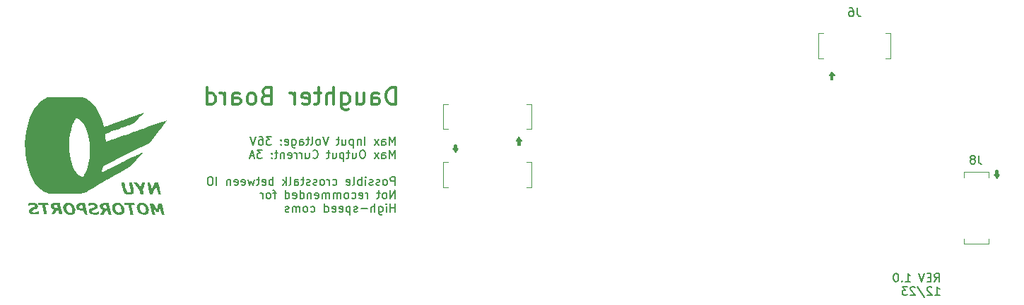
<source format=gbo>
G04 #@! TF.GenerationSoftware,KiCad,Pcbnew,7.0.10-7.0.10~ubuntu22.04.1*
G04 #@! TF.CreationDate,2024-02-08T17:20:11-05:00*
G04 #@! TF.ProjectId,daughterBoard,64617567-6874-4657-9242-6f6172642e6b,rev?*
G04 #@! TF.SameCoordinates,Original*
G04 #@! TF.FileFunction,Legend,Bot*
G04 #@! TF.FilePolarity,Positive*
%FSLAX46Y46*%
G04 Gerber Fmt 4.6, Leading zero omitted, Abs format (unit mm)*
G04 Created by KiCad (PCBNEW 7.0.10-7.0.10~ubuntu22.04.1) date 2024-02-08 17:20:11*
%MOMM*%
%LPD*%
G01*
G04 APERTURE LIST*
%ADD10C,0.150000*%
%ADD11C,0.160000*%
%ADD12C,0.300000*%
%ADD13C,0.120000*%
%ADD14C,3.500000*%
%ADD15R,1.000000X1.000000*%
%ADD16O,1.000000X1.000000*%
%ADD17C,0.900000*%
%ADD18C,0.950000*%
%ADD19C,2.374900*%
%ADD20C,0.990600*%
%ADD21O,0.900000X1.600000*%
%ADD22R,0.200000X0.700000*%
%ADD23R,0.700000X0.200000*%
G04 APERTURE END LIST*
D10*
X151800000Y-87900000D02*
X152000000Y-87900000D01*
X151700000Y-88300000D01*
X151400000Y-87900000D01*
X151600000Y-87900000D01*
X151600000Y-87400000D01*
X151800000Y-87400000D01*
X151800000Y-87900000D01*
G36*
X151800000Y-87900000D02*
G01*
X152000000Y-87900000D01*
X151700000Y-88300000D01*
X151400000Y-87900000D01*
X151600000Y-87900000D01*
X151600000Y-87400000D01*
X151800000Y-87400000D01*
X151800000Y-87900000D01*
G37*
X159600000Y-86900000D02*
X159400000Y-86900000D01*
X159400000Y-87400000D01*
X159200000Y-87400000D01*
X159200000Y-86900000D01*
X159000000Y-86900000D01*
X159300000Y-86500000D01*
X159600000Y-86900000D01*
G36*
X159600000Y-86900000D02*
G01*
X159400000Y-86900000D01*
X159400000Y-87400000D01*
X159200000Y-87400000D01*
X159200000Y-86900000D01*
X159000000Y-86900000D01*
X159300000Y-86500000D01*
X159600000Y-86900000D01*
G37*
X197100000Y-79100000D02*
X196900000Y-79100000D01*
X196900000Y-79600000D01*
X196700000Y-79600000D01*
X196700000Y-79100000D01*
X196500000Y-79100000D01*
X196800000Y-78700000D01*
X197100000Y-79100000D01*
G36*
X197100000Y-79100000D02*
G01*
X196900000Y-79100000D01*
X196900000Y-79600000D01*
X196700000Y-79600000D01*
X196700000Y-79100000D01*
X196500000Y-79100000D01*
X196800000Y-78700000D01*
X197100000Y-79100000D01*
G37*
X216650000Y-91000000D02*
X216850000Y-91000000D01*
X216550000Y-91400000D01*
X216250000Y-91000000D01*
X216450000Y-91000000D01*
X216450000Y-90500000D01*
X216650000Y-90500000D01*
X216650000Y-91000000D01*
G36*
X216650000Y-91000000D02*
G01*
X216850000Y-91000000D01*
X216550000Y-91400000D01*
X216250000Y-91000000D01*
X216450000Y-91000000D01*
X216450000Y-90500000D01*
X216650000Y-90500000D01*
X216650000Y-91000000D01*
G37*
D11*
X209085213Y-103859299D02*
X209418546Y-103383108D01*
X209656641Y-103859299D02*
X209656641Y-102859299D01*
X209656641Y-102859299D02*
X209275689Y-102859299D01*
X209275689Y-102859299D02*
X209180451Y-102906918D01*
X209180451Y-102906918D02*
X209132832Y-102954537D01*
X209132832Y-102954537D02*
X209085213Y-103049775D01*
X209085213Y-103049775D02*
X209085213Y-103192632D01*
X209085213Y-103192632D02*
X209132832Y-103287870D01*
X209132832Y-103287870D02*
X209180451Y-103335489D01*
X209180451Y-103335489D02*
X209275689Y-103383108D01*
X209275689Y-103383108D02*
X209656641Y-103383108D01*
X208656641Y-103335489D02*
X208323308Y-103335489D01*
X208180451Y-103859299D02*
X208656641Y-103859299D01*
X208656641Y-103859299D02*
X208656641Y-102859299D01*
X208656641Y-102859299D02*
X208180451Y-102859299D01*
X207894736Y-102859299D02*
X207561403Y-103859299D01*
X207561403Y-103859299D02*
X207228070Y-102859299D01*
X205609022Y-103859299D02*
X206180450Y-103859299D01*
X205894736Y-103859299D02*
X205894736Y-102859299D01*
X205894736Y-102859299D02*
X205989974Y-103002156D01*
X205989974Y-103002156D02*
X206085212Y-103097394D01*
X206085212Y-103097394D02*
X206180450Y-103145013D01*
X205180450Y-103764060D02*
X205132831Y-103811680D01*
X205132831Y-103811680D02*
X205180450Y-103859299D01*
X205180450Y-103859299D02*
X205228069Y-103811680D01*
X205228069Y-103811680D02*
X205180450Y-103764060D01*
X205180450Y-103764060D02*
X205180450Y-103859299D01*
X204513784Y-102859299D02*
X204418546Y-102859299D01*
X204418546Y-102859299D02*
X204323308Y-102906918D01*
X204323308Y-102906918D02*
X204275689Y-102954537D01*
X204275689Y-102954537D02*
X204228070Y-103049775D01*
X204228070Y-103049775D02*
X204180451Y-103240251D01*
X204180451Y-103240251D02*
X204180451Y-103478346D01*
X204180451Y-103478346D02*
X204228070Y-103668822D01*
X204228070Y-103668822D02*
X204275689Y-103764060D01*
X204275689Y-103764060D02*
X204323308Y-103811680D01*
X204323308Y-103811680D02*
X204418546Y-103859299D01*
X204418546Y-103859299D02*
X204513784Y-103859299D01*
X204513784Y-103859299D02*
X204609022Y-103811680D01*
X204609022Y-103811680D02*
X204656641Y-103764060D01*
X204656641Y-103764060D02*
X204704260Y-103668822D01*
X204704260Y-103668822D02*
X204751879Y-103478346D01*
X204751879Y-103478346D02*
X204751879Y-103240251D01*
X204751879Y-103240251D02*
X204704260Y-103049775D01*
X204704260Y-103049775D02*
X204656641Y-102954537D01*
X204656641Y-102954537D02*
X204609022Y-102906918D01*
X204609022Y-102906918D02*
X204513784Y-102859299D01*
X209132832Y-105469299D02*
X209704260Y-105469299D01*
X209418546Y-105469299D02*
X209418546Y-104469299D01*
X209418546Y-104469299D02*
X209513784Y-104612156D01*
X209513784Y-104612156D02*
X209609022Y-104707394D01*
X209609022Y-104707394D02*
X209704260Y-104755013D01*
X208751879Y-104564537D02*
X208704260Y-104516918D01*
X208704260Y-104516918D02*
X208609022Y-104469299D01*
X208609022Y-104469299D02*
X208370927Y-104469299D01*
X208370927Y-104469299D02*
X208275689Y-104516918D01*
X208275689Y-104516918D02*
X208228070Y-104564537D01*
X208228070Y-104564537D02*
X208180451Y-104659775D01*
X208180451Y-104659775D02*
X208180451Y-104755013D01*
X208180451Y-104755013D02*
X208228070Y-104897870D01*
X208228070Y-104897870D02*
X208799498Y-105469299D01*
X208799498Y-105469299D02*
X208180451Y-105469299D01*
X207037594Y-104421680D02*
X207894736Y-105707394D01*
X206751879Y-104564537D02*
X206704260Y-104516918D01*
X206704260Y-104516918D02*
X206609022Y-104469299D01*
X206609022Y-104469299D02*
X206370927Y-104469299D01*
X206370927Y-104469299D02*
X206275689Y-104516918D01*
X206275689Y-104516918D02*
X206228070Y-104564537D01*
X206228070Y-104564537D02*
X206180451Y-104659775D01*
X206180451Y-104659775D02*
X206180451Y-104755013D01*
X206180451Y-104755013D02*
X206228070Y-104897870D01*
X206228070Y-104897870D02*
X206799498Y-105469299D01*
X206799498Y-105469299D02*
X206180451Y-105469299D01*
X205847117Y-104469299D02*
X205228070Y-104469299D01*
X205228070Y-104469299D02*
X205561403Y-104850251D01*
X205561403Y-104850251D02*
X205418546Y-104850251D01*
X205418546Y-104850251D02*
X205323308Y-104897870D01*
X205323308Y-104897870D02*
X205275689Y-104945489D01*
X205275689Y-104945489D02*
X205228070Y-105040727D01*
X205228070Y-105040727D02*
X205228070Y-105278822D01*
X205228070Y-105278822D02*
X205275689Y-105374060D01*
X205275689Y-105374060D02*
X205323308Y-105421680D01*
X205323308Y-105421680D02*
X205418546Y-105469299D01*
X205418546Y-105469299D02*
X205704260Y-105469299D01*
X205704260Y-105469299D02*
X205799498Y-105421680D01*
X205799498Y-105421680D02*
X205847117Y-105374060D01*
D12*
X144526441Y-82539638D02*
X144526441Y-80539638D01*
X144526441Y-80539638D02*
X144050251Y-80539638D01*
X144050251Y-80539638D02*
X143764536Y-80634876D01*
X143764536Y-80634876D02*
X143574060Y-80825352D01*
X143574060Y-80825352D02*
X143478822Y-81015828D01*
X143478822Y-81015828D02*
X143383584Y-81396780D01*
X143383584Y-81396780D02*
X143383584Y-81682495D01*
X143383584Y-81682495D02*
X143478822Y-82063447D01*
X143478822Y-82063447D02*
X143574060Y-82253923D01*
X143574060Y-82253923D02*
X143764536Y-82444400D01*
X143764536Y-82444400D02*
X144050251Y-82539638D01*
X144050251Y-82539638D02*
X144526441Y-82539638D01*
X141669298Y-82539638D02*
X141669298Y-81492019D01*
X141669298Y-81492019D02*
X141764536Y-81301542D01*
X141764536Y-81301542D02*
X141955012Y-81206304D01*
X141955012Y-81206304D02*
X142335965Y-81206304D01*
X142335965Y-81206304D02*
X142526441Y-81301542D01*
X141669298Y-82444400D02*
X141859774Y-82539638D01*
X141859774Y-82539638D02*
X142335965Y-82539638D01*
X142335965Y-82539638D02*
X142526441Y-82444400D01*
X142526441Y-82444400D02*
X142621679Y-82253923D01*
X142621679Y-82253923D02*
X142621679Y-82063447D01*
X142621679Y-82063447D02*
X142526441Y-81872971D01*
X142526441Y-81872971D02*
X142335965Y-81777733D01*
X142335965Y-81777733D02*
X141859774Y-81777733D01*
X141859774Y-81777733D02*
X141669298Y-81682495D01*
X139859774Y-81206304D02*
X139859774Y-82539638D01*
X140716917Y-81206304D02*
X140716917Y-82253923D01*
X140716917Y-82253923D02*
X140621679Y-82444400D01*
X140621679Y-82444400D02*
X140431203Y-82539638D01*
X140431203Y-82539638D02*
X140145488Y-82539638D01*
X140145488Y-82539638D02*
X139955012Y-82444400D01*
X139955012Y-82444400D02*
X139859774Y-82349161D01*
X138050250Y-81206304D02*
X138050250Y-82825352D01*
X138050250Y-82825352D02*
X138145488Y-83015828D01*
X138145488Y-83015828D02*
X138240726Y-83111066D01*
X138240726Y-83111066D02*
X138431203Y-83206304D01*
X138431203Y-83206304D02*
X138716917Y-83206304D01*
X138716917Y-83206304D02*
X138907393Y-83111066D01*
X138050250Y-82444400D02*
X138240726Y-82539638D01*
X138240726Y-82539638D02*
X138621679Y-82539638D01*
X138621679Y-82539638D02*
X138812155Y-82444400D01*
X138812155Y-82444400D02*
X138907393Y-82349161D01*
X138907393Y-82349161D02*
X139002631Y-82158685D01*
X139002631Y-82158685D02*
X139002631Y-81587257D01*
X139002631Y-81587257D02*
X138907393Y-81396780D01*
X138907393Y-81396780D02*
X138812155Y-81301542D01*
X138812155Y-81301542D02*
X138621679Y-81206304D01*
X138621679Y-81206304D02*
X138240726Y-81206304D01*
X138240726Y-81206304D02*
X138050250Y-81301542D01*
X137097869Y-82539638D02*
X137097869Y-80539638D01*
X136240726Y-82539638D02*
X136240726Y-81492019D01*
X136240726Y-81492019D02*
X136335964Y-81301542D01*
X136335964Y-81301542D02*
X136526440Y-81206304D01*
X136526440Y-81206304D02*
X136812155Y-81206304D01*
X136812155Y-81206304D02*
X137002631Y-81301542D01*
X137002631Y-81301542D02*
X137097869Y-81396780D01*
X135574059Y-81206304D02*
X134812155Y-81206304D01*
X135288345Y-80539638D02*
X135288345Y-82253923D01*
X135288345Y-82253923D02*
X135193107Y-82444400D01*
X135193107Y-82444400D02*
X135002631Y-82539638D01*
X135002631Y-82539638D02*
X134812155Y-82539638D01*
X133383583Y-82444400D02*
X133574059Y-82539638D01*
X133574059Y-82539638D02*
X133955012Y-82539638D01*
X133955012Y-82539638D02*
X134145488Y-82444400D01*
X134145488Y-82444400D02*
X134240726Y-82253923D01*
X134240726Y-82253923D02*
X134240726Y-81492019D01*
X134240726Y-81492019D02*
X134145488Y-81301542D01*
X134145488Y-81301542D02*
X133955012Y-81206304D01*
X133955012Y-81206304D02*
X133574059Y-81206304D01*
X133574059Y-81206304D02*
X133383583Y-81301542D01*
X133383583Y-81301542D02*
X133288345Y-81492019D01*
X133288345Y-81492019D02*
X133288345Y-81682495D01*
X133288345Y-81682495D02*
X134240726Y-81872971D01*
X132431202Y-82539638D02*
X132431202Y-81206304D01*
X132431202Y-81587257D02*
X132335964Y-81396780D01*
X132335964Y-81396780D02*
X132240726Y-81301542D01*
X132240726Y-81301542D02*
X132050250Y-81206304D01*
X132050250Y-81206304D02*
X131859773Y-81206304D01*
X129002630Y-81492019D02*
X128716916Y-81587257D01*
X128716916Y-81587257D02*
X128621678Y-81682495D01*
X128621678Y-81682495D02*
X128526440Y-81872971D01*
X128526440Y-81872971D02*
X128526440Y-82158685D01*
X128526440Y-82158685D02*
X128621678Y-82349161D01*
X128621678Y-82349161D02*
X128716916Y-82444400D01*
X128716916Y-82444400D02*
X128907392Y-82539638D01*
X128907392Y-82539638D02*
X129669297Y-82539638D01*
X129669297Y-82539638D02*
X129669297Y-80539638D01*
X129669297Y-80539638D02*
X129002630Y-80539638D01*
X129002630Y-80539638D02*
X128812154Y-80634876D01*
X128812154Y-80634876D02*
X128716916Y-80730114D01*
X128716916Y-80730114D02*
X128621678Y-80920590D01*
X128621678Y-80920590D02*
X128621678Y-81111066D01*
X128621678Y-81111066D02*
X128716916Y-81301542D01*
X128716916Y-81301542D02*
X128812154Y-81396780D01*
X128812154Y-81396780D02*
X129002630Y-81492019D01*
X129002630Y-81492019D02*
X129669297Y-81492019D01*
X127383583Y-82539638D02*
X127574059Y-82444400D01*
X127574059Y-82444400D02*
X127669297Y-82349161D01*
X127669297Y-82349161D02*
X127764535Y-82158685D01*
X127764535Y-82158685D02*
X127764535Y-81587257D01*
X127764535Y-81587257D02*
X127669297Y-81396780D01*
X127669297Y-81396780D02*
X127574059Y-81301542D01*
X127574059Y-81301542D02*
X127383583Y-81206304D01*
X127383583Y-81206304D02*
X127097868Y-81206304D01*
X127097868Y-81206304D02*
X126907392Y-81301542D01*
X126907392Y-81301542D02*
X126812154Y-81396780D01*
X126812154Y-81396780D02*
X126716916Y-81587257D01*
X126716916Y-81587257D02*
X126716916Y-82158685D01*
X126716916Y-82158685D02*
X126812154Y-82349161D01*
X126812154Y-82349161D02*
X126907392Y-82444400D01*
X126907392Y-82444400D02*
X127097868Y-82539638D01*
X127097868Y-82539638D02*
X127383583Y-82539638D01*
X125002630Y-82539638D02*
X125002630Y-81492019D01*
X125002630Y-81492019D02*
X125097868Y-81301542D01*
X125097868Y-81301542D02*
X125288344Y-81206304D01*
X125288344Y-81206304D02*
X125669297Y-81206304D01*
X125669297Y-81206304D02*
X125859773Y-81301542D01*
X125002630Y-82444400D02*
X125193106Y-82539638D01*
X125193106Y-82539638D02*
X125669297Y-82539638D01*
X125669297Y-82539638D02*
X125859773Y-82444400D01*
X125859773Y-82444400D02*
X125955011Y-82253923D01*
X125955011Y-82253923D02*
X125955011Y-82063447D01*
X125955011Y-82063447D02*
X125859773Y-81872971D01*
X125859773Y-81872971D02*
X125669297Y-81777733D01*
X125669297Y-81777733D02*
X125193106Y-81777733D01*
X125193106Y-81777733D02*
X125002630Y-81682495D01*
X124050249Y-82539638D02*
X124050249Y-81206304D01*
X124050249Y-81587257D02*
X123955011Y-81396780D01*
X123955011Y-81396780D02*
X123859773Y-81301542D01*
X123859773Y-81301542D02*
X123669297Y-81206304D01*
X123669297Y-81206304D02*
X123478820Y-81206304D01*
X121955011Y-82539638D02*
X121955011Y-80539638D01*
X121955011Y-82444400D02*
X122145487Y-82539638D01*
X122145487Y-82539638D02*
X122526440Y-82539638D01*
X122526440Y-82539638D02*
X122716916Y-82444400D01*
X122716916Y-82444400D02*
X122812154Y-82349161D01*
X122812154Y-82349161D02*
X122907392Y-82158685D01*
X122907392Y-82158685D02*
X122907392Y-81587257D01*
X122907392Y-81587257D02*
X122812154Y-81396780D01*
X122812154Y-81396780D02*
X122716916Y-81301542D01*
X122716916Y-81301542D02*
X122526440Y-81206304D01*
X122526440Y-81206304D02*
X122145487Y-81206304D01*
X122145487Y-81206304D02*
X121955011Y-81301542D01*
D11*
X144456641Y-87419299D02*
X144456641Y-86419299D01*
X144456641Y-86419299D02*
X144123308Y-87133584D01*
X144123308Y-87133584D02*
X143789975Y-86419299D01*
X143789975Y-86419299D02*
X143789975Y-87419299D01*
X142885213Y-87419299D02*
X142885213Y-86895489D01*
X142885213Y-86895489D02*
X142932832Y-86800251D01*
X142932832Y-86800251D02*
X143028070Y-86752632D01*
X143028070Y-86752632D02*
X143218546Y-86752632D01*
X143218546Y-86752632D02*
X143313784Y-86800251D01*
X142885213Y-87371680D02*
X142980451Y-87419299D01*
X142980451Y-87419299D02*
X143218546Y-87419299D01*
X143218546Y-87419299D02*
X143313784Y-87371680D01*
X143313784Y-87371680D02*
X143361403Y-87276441D01*
X143361403Y-87276441D02*
X143361403Y-87181203D01*
X143361403Y-87181203D02*
X143313784Y-87085965D01*
X143313784Y-87085965D02*
X143218546Y-87038346D01*
X143218546Y-87038346D02*
X142980451Y-87038346D01*
X142980451Y-87038346D02*
X142885213Y-86990727D01*
X142504260Y-87419299D02*
X141980451Y-86752632D01*
X142504260Y-86752632D02*
X141980451Y-87419299D01*
X140837593Y-87419299D02*
X140837593Y-86419299D01*
X140361403Y-86752632D02*
X140361403Y-87419299D01*
X140361403Y-86847870D02*
X140313784Y-86800251D01*
X140313784Y-86800251D02*
X140218546Y-86752632D01*
X140218546Y-86752632D02*
X140075689Y-86752632D01*
X140075689Y-86752632D02*
X139980451Y-86800251D01*
X139980451Y-86800251D02*
X139932832Y-86895489D01*
X139932832Y-86895489D02*
X139932832Y-87419299D01*
X139456641Y-86752632D02*
X139456641Y-87752632D01*
X139456641Y-86800251D02*
X139361403Y-86752632D01*
X139361403Y-86752632D02*
X139170927Y-86752632D01*
X139170927Y-86752632D02*
X139075689Y-86800251D01*
X139075689Y-86800251D02*
X139028070Y-86847870D01*
X139028070Y-86847870D02*
X138980451Y-86943108D01*
X138980451Y-86943108D02*
X138980451Y-87228822D01*
X138980451Y-87228822D02*
X139028070Y-87324060D01*
X139028070Y-87324060D02*
X139075689Y-87371680D01*
X139075689Y-87371680D02*
X139170927Y-87419299D01*
X139170927Y-87419299D02*
X139361403Y-87419299D01*
X139361403Y-87419299D02*
X139456641Y-87371680D01*
X138123308Y-86752632D02*
X138123308Y-87419299D01*
X138551879Y-86752632D02*
X138551879Y-87276441D01*
X138551879Y-87276441D02*
X138504260Y-87371680D01*
X138504260Y-87371680D02*
X138409022Y-87419299D01*
X138409022Y-87419299D02*
X138266165Y-87419299D01*
X138266165Y-87419299D02*
X138170927Y-87371680D01*
X138170927Y-87371680D02*
X138123308Y-87324060D01*
X137789974Y-86752632D02*
X137409022Y-86752632D01*
X137647117Y-86419299D02*
X137647117Y-87276441D01*
X137647117Y-87276441D02*
X137599498Y-87371680D01*
X137599498Y-87371680D02*
X137504260Y-87419299D01*
X137504260Y-87419299D02*
X137409022Y-87419299D01*
X136456640Y-86419299D02*
X136123307Y-87419299D01*
X136123307Y-87419299D02*
X135789974Y-86419299D01*
X135313783Y-87419299D02*
X135409021Y-87371680D01*
X135409021Y-87371680D02*
X135456640Y-87324060D01*
X135456640Y-87324060D02*
X135504259Y-87228822D01*
X135504259Y-87228822D02*
X135504259Y-86943108D01*
X135504259Y-86943108D02*
X135456640Y-86847870D01*
X135456640Y-86847870D02*
X135409021Y-86800251D01*
X135409021Y-86800251D02*
X135313783Y-86752632D01*
X135313783Y-86752632D02*
X135170926Y-86752632D01*
X135170926Y-86752632D02*
X135075688Y-86800251D01*
X135075688Y-86800251D02*
X135028069Y-86847870D01*
X135028069Y-86847870D02*
X134980450Y-86943108D01*
X134980450Y-86943108D02*
X134980450Y-87228822D01*
X134980450Y-87228822D02*
X135028069Y-87324060D01*
X135028069Y-87324060D02*
X135075688Y-87371680D01*
X135075688Y-87371680D02*
X135170926Y-87419299D01*
X135170926Y-87419299D02*
X135313783Y-87419299D01*
X134409021Y-87419299D02*
X134504259Y-87371680D01*
X134504259Y-87371680D02*
X134551878Y-87276441D01*
X134551878Y-87276441D02*
X134551878Y-86419299D01*
X134170925Y-86752632D02*
X133789973Y-86752632D01*
X134028068Y-86419299D02*
X134028068Y-87276441D01*
X134028068Y-87276441D02*
X133980449Y-87371680D01*
X133980449Y-87371680D02*
X133885211Y-87419299D01*
X133885211Y-87419299D02*
X133789973Y-87419299D01*
X133028068Y-87419299D02*
X133028068Y-86895489D01*
X133028068Y-86895489D02*
X133075687Y-86800251D01*
X133075687Y-86800251D02*
X133170925Y-86752632D01*
X133170925Y-86752632D02*
X133361401Y-86752632D01*
X133361401Y-86752632D02*
X133456639Y-86800251D01*
X133028068Y-87371680D02*
X133123306Y-87419299D01*
X133123306Y-87419299D02*
X133361401Y-87419299D01*
X133361401Y-87419299D02*
X133456639Y-87371680D01*
X133456639Y-87371680D02*
X133504258Y-87276441D01*
X133504258Y-87276441D02*
X133504258Y-87181203D01*
X133504258Y-87181203D02*
X133456639Y-87085965D01*
X133456639Y-87085965D02*
X133361401Y-87038346D01*
X133361401Y-87038346D02*
X133123306Y-87038346D01*
X133123306Y-87038346D02*
X133028068Y-86990727D01*
X132123306Y-86752632D02*
X132123306Y-87562156D01*
X132123306Y-87562156D02*
X132170925Y-87657394D01*
X132170925Y-87657394D02*
X132218544Y-87705013D01*
X132218544Y-87705013D02*
X132313782Y-87752632D01*
X132313782Y-87752632D02*
X132456639Y-87752632D01*
X132456639Y-87752632D02*
X132551877Y-87705013D01*
X132123306Y-87371680D02*
X132218544Y-87419299D01*
X132218544Y-87419299D02*
X132409020Y-87419299D01*
X132409020Y-87419299D02*
X132504258Y-87371680D01*
X132504258Y-87371680D02*
X132551877Y-87324060D01*
X132551877Y-87324060D02*
X132599496Y-87228822D01*
X132599496Y-87228822D02*
X132599496Y-86943108D01*
X132599496Y-86943108D02*
X132551877Y-86847870D01*
X132551877Y-86847870D02*
X132504258Y-86800251D01*
X132504258Y-86800251D02*
X132409020Y-86752632D01*
X132409020Y-86752632D02*
X132218544Y-86752632D01*
X132218544Y-86752632D02*
X132123306Y-86800251D01*
X131266163Y-87371680D02*
X131361401Y-87419299D01*
X131361401Y-87419299D02*
X131551877Y-87419299D01*
X131551877Y-87419299D02*
X131647115Y-87371680D01*
X131647115Y-87371680D02*
X131694734Y-87276441D01*
X131694734Y-87276441D02*
X131694734Y-86895489D01*
X131694734Y-86895489D02*
X131647115Y-86800251D01*
X131647115Y-86800251D02*
X131551877Y-86752632D01*
X131551877Y-86752632D02*
X131361401Y-86752632D01*
X131361401Y-86752632D02*
X131266163Y-86800251D01*
X131266163Y-86800251D02*
X131218544Y-86895489D01*
X131218544Y-86895489D02*
X131218544Y-86990727D01*
X131218544Y-86990727D02*
X131694734Y-87085965D01*
X130789972Y-87324060D02*
X130742353Y-87371680D01*
X130742353Y-87371680D02*
X130789972Y-87419299D01*
X130789972Y-87419299D02*
X130837591Y-87371680D01*
X130837591Y-87371680D02*
X130789972Y-87324060D01*
X130789972Y-87324060D02*
X130789972Y-87419299D01*
X130789972Y-86800251D02*
X130742353Y-86847870D01*
X130742353Y-86847870D02*
X130789972Y-86895489D01*
X130789972Y-86895489D02*
X130837591Y-86847870D01*
X130837591Y-86847870D02*
X130789972Y-86800251D01*
X130789972Y-86800251D02*
X130789972Y-86895489D01*
X129647115Y-86419299D02*
X129028068Y-86419299D01*
X129028068Y-86419299D02*
X129361401Y-86800251D01*
X129361401Y-86800251D02*
X129218544Y-86800251D01*
X129218544Y-86800251D02*
X129123306Y-86847870D01*
X129123306Y-86847870D02*
X129075687Y-86895489D01*
X129075687Y-86895489D02*
X129028068Y-86990727D01*
X129028068Y-86990727D02*
X129028068Y-87228822D01*
X129028068Y-87228822D02*
X129075687Y-87324060D01*
X129075687Y-87324060D02*
X129123306Y-87371680D01*
X129123306Y-87371680D02*
X129218544Y-87419299D01*
X129218544Y-87419299D02*
X129504258Y-87419299D01*
X129504258Y-87419299D02*
X129599496Y-87371680D01*
X129599496Y-87371680D02*
X129647115Y-87324060D01*
X128170925Y-86419299D02*
X128361401Y-86419299D01*
X128361401Y-86419299D02*
X128456639Y-86466918D01*
X128456639Y-86466918D02*
X128504258Y-86514537D01*
X128504258Y-86514537D02*
X128599496Y-86657394D01*
X128599496Y-86657394D02*
X128647115Y-86847870D01*
X128647115Y-86847870D02*
X128647115Y-87228822D01*
X128647115Y-87228822D02*
X128599496Y-87324060D01*
X128599496Y-87324060D02*
X128551877Y-87371680D01*
X128551877Y-87371680D02*
X128456639Y-87419299D01*
X128456639Y-87419299D02*
X128266163Y-87419299D01*
X128266163Y-87419299D02*
X128170925Y-87371680D01*
X128170925Y-87371680D02*
X128123306Y-87324060D01*
X128123306Y-87324060D02*
X128075687Y-87228822D01*
X128075687Y-87228822D02*
X128075687Y-86990727D01*
X128075687Y-86990727D02*
X128123306Y-86895489D01*
X128123306Y-86895489D02*
X128170925Y-86847870D01*
X128170925Y-86847870D02*
X128266163Y-86800251D01*
X128266163Y-86800251D02*
X128456639Y-86800251D01*
X128456639Y-86800251D02*
X128551877Y-86847870D01*
X128551877Y-86847870D02*
X128599496Y-86895489D01*
X128599496Y-86895489D02*
X128647115Y-86990727D01*
X127789972Y-86419299D02*
X127456639Y-87419299D01*
X127456639Y-87419299D02*
X127123306Y-86419299D01*
X144456641Y-89029299D02*
X144456641Y-88029299D01*
X144456641Y-88029299D02*
X144123308Y-88743584D01*
X144123308Y-88743584D02*
X143789975Y-88029299D01*
X143789975Y-88029299D02*
X143789975Y-89029299D01*
X142885213Y-89029299D02*
X142885213Y-88505489D01*
X142885213Y-88505489D02*
X142932832Y-88410251D01*
X142932832Y-88410251D02*
X143028070Y-88362632D01*
X143028070Y-88362632D02*
X143218546Y-88362632D01*
X143218546Y-88362632D02*
X143313784Y-88410251D01*
X142885213Y-88981680D02*
X142980451Y-89029299D01*
X142980451Y-89029299D02*
X143218546Y-89029299D01*
X143218546Y-89029299D02*
X143313784Y-88981680D01*
X143313784Y-88981680D02*
X143361403Y-88886441D01*
X143361403Y-88886441D02*
X143361403Y-88791203D01*
X143361403Y-88791203D02*
X143313784Y-88695965D01*
X143313784Y-88695965D02*
X143218546Y-88648346D01*
X143218546Y-88648346D02*
X142980451Y-88648346D01*
X142980451Y-88648346D02*
X142885213Y-88600727D01*
X142504260Y-89029299D02*
X141980451Y-88362632D01*
X142504260Y-88362632D02*
X141980451Y-89029299D01*
X140647117Y-88029299D02*
X140456641Y-88029299D01*
X140456641Y-88029299D02*
X140361403Y-88076918D01*
X140361403Y-88076918D02*
X140266165Y-88172156D01*
X140266165Y-88172156D02*
X140218546Y-88362632D01*
X140218546Y-88362632D02*
X140218546Y-88695965D01*
X140218546Y-88695965D02*
X140266165Y-88886441D01*
X140266165Y-88886441D02*
X140361403Y-88981680D01*
X140361403Y-88981680D02*
X140456641Y-89029299D01*
X140456641Y-89029299D02*
X140647117Y-89029299D01*
X140647117Y-89029299D02*
X140742355Y-88981680D01*
X140742355Y-88981680D02*
X140837593Y-88886441D01*
X140837593Y-88886441D02*
X140885212Y-88695965D01*
X140885212Y-88695965D02*
X140885212Y-88362632D01*
X140885212Y-88362632D02*
X140837593Y-88172156D01*
X140837593Y-88172156D02*
X140742355Y-88076918D01*
X140742355Y-88076918D02*
X140647117Y-88029299D01*
X139361403Y-88362632D02*
X139361403Y-89029299D01*
X139789974Y-88362632D02*
X139789974Y-88886441D01*
X139789974Y-88886441D02*
X139742355Y-88981680D01*
X139742355Y-88981680D02*
X139647117Y-89029299D01*
X139647117Y-89029299D02*
X139504260Y-89029299D01*
X139504260Y-89029299D02*
X139409022Y-88981680D01*
X139409022Y-88981680D02*
X139361403Y-88934060D01*
X139028069Y-88362632D02*
X138647117Y-88362632D01*
X138885212Y-88029299D02*
X138885212Y-88886441D01*
X138885212Y-88886441D02*
X138837593Y-88981680D01*
X138837593Y-88981680D02*
X138742355Y-89029299D01*
X138742355Y-89029299D02*
X138647117Y-89029299D01*
X138313783Y-88362632D02*
X138313783Y-89362632D01*
X138313783Y-88410251D02*
X138218545Y-88362632D01*
X138218545Y-88362632D02*
X138028069Y-88362632D01*
X138028069Y-88362632D02*
X137932831Y-88410251D01*
X137932831Y-88410251D02*
X137885212Y-88457870D01*
X137885212Y-88457870D02*
X137837593Y-88553108D01*
X137837593Y-88553108D02*
X137837593Y-88838822D01*
X137837593Y-88838822D02*
X137885212Y-88934060D01*
X137885212Y-88934060D02*
X137932831Y-88981680D01*
X137932831Y-88981680D02*
X138028069Y-89029299D01*
X138028069Y-89029299D02*
X138218545Y-89029299D01*
X138218545Y-89029299D02*
X138313783Y-88981680D01*
X136980450Y-88362632D02*
X136980450Y-89029299D01*
X137409021Y-88362632D02*
X137409021Y-88886441D01*
X137409021Y-88886441D02*
X137361402Y-88981680D01*
X137361402Y-88981680D02*
X137266164Y-89029299D01*
X137266164Y-89029299D02*
X137123307Y-89029299D01*
X137123307Y-89029299D02*
X137028069Y-88981680D01*
X137028069Y-88981680D02*
X136980450Y-88934060D01*
X136647116Y-88362632D02*
X136266164Y-88362632D01*
X136504259Y-88029299D02*
X136504259Y-88886441D01*
X136504259Y-88886441D02*
X136456640Y-88981680D01*
X136456640Y-88981680D02*
X136361402Y-89029299D01*
X136361402Y-89029299D02*
X136266164Y-89029299D01*
X134599497Y-88934060D02*
X134647116Y-88981680D01*
X134647116Y-88981680D02*
X134789973Y-89029299D01*
X134789973Y-89029299D02*
X134885211Y-89029299D01*
X134885211Y-89029299D02*
X135028068Y-88981680D01*
X135028068Y-88981680D02*
X135123306Y-88886441D01*
X135123306Y-88886441D02*
X135170925Y-88791203D01*
X135170925Y-88791203D02*
X135218544Y-88600727D01*
X135218544Y-88600727D02*
X135218544Y-88457870D01*
X135218544Y-88457870D02*
X135170925Y-88267394D01*
X135170925Y-88267394D02*
X135123306Y-88172156D01*
X135123306Y-88172156D02*
X135028068Y-88076918D01*
X135028068Y-88076918D02*
X134885211Y-88029299D01*
X134885211Y-88029299D02*
X134789973Y-88029299D01*
X134789973Y-88029299D02*
X134647116Y-88076918D01*
X134647116Y-88076918D02*
X134599497Y-88124537D01*
X133742354Y-88362632D02*
X133742354Y-89029299D01*
X134170925Y-88362632D02*
X134170925Y-88886441D01*
X134170925Y-88886441D02*
X134123306Y-88981680D01*
X134123306Y-88981680D02*
X134028068Y-89029299D01*
X134028068Y-89029299D02*
X133885211Y-89029299D01*
X133885211Y-89029299D02*
X133789973Y-88981680D01*
X133789973Y-88981680D02*
X133742354Y-88934060D01*
X133266163Y-89029299D02*
X133266163Y-88362632D01*
X133266163Y-88553108D02*
X133218544Y-88457870D01*
X133218544Y-88457870D02*
X133170925Y-88410251D01*
X133170925Y-88410251D02*
X133075687Y-88362632D01*
X133075687Y-88362632D02*
X132980449Y-88362632D01*
X132647115Y-89029299D02*
X132647115Y-88362632D01*
X132647115Y-88553108D02*
X132599496Y-88457870D01*
X132599496Y-88457870D02*
X132551877Y-88410251D01*
X132551877Y-88410251D02*
X132456639Y-88362632D01*
X132456639Y-88362632D02*
X132361401Y-88362632D01*
X131647115Y-88981680D02*
X131742353Y-89029299D01*
X131742353Y-89029299D02*
X131932829Y-89029299D01*
X131932829Y-89029299D02*
X132028067Y-88981680D01*
X132028067Y-88981680D02*
X132075686Y-88886441D01*
X132075686Y-88886441D02*
X132075686Y-88505489D01*
X132075686Y-88505489D02*
X132028067Y-88410251D01*
X132028067Y-88410251D02*
X131932829Y-88362632D01*
X131932829Y-88362632D02*
X131742353Y-88362632D01*
X131742353Y-88362632D02*
X131647115Y-88410251D01*
X131647115Y-88410251D02*
X131599496Y-88505489D01*
X131599496Y-88505489D02*
X131599496Y-88600727D01*
X131599496Y-88600727D02*
X132075686Y-88695965D01*
X131170924Y-88362632D02*
X131170924Y-89029299D01*
X131170924Y-88457870D02*
X131123305Y-88410251D01*
X131123305Y-88410251D02*
X131028067Y-88362632D01*
X131028067Y-88362632D02*
X130885210Y-88362632D01*
X130885210Y-88362632D02*
X130789972Y-88410251D01*
X130789972Y-88410251D02*
X130742353Y-88505489D01*
X130742353Y-88505489D02*
X130742353Y-89029299D01*
X130409019Y-88362632D02*
X130028067Y-88362632D01*
X130266162Y-88029299D02*
X130266162Y-88886441D01*
X130266162Y-88886441D02*
X130218543Y-88981680D01*
X130218543Y-88981680D02*
X130123305Y-89029299D01*
X130123305Y-89029299D02*
X130028067Y-89029299D01*
X129694733Y-88934060D02*
X129647114Y-88981680D01*
X129647114Y-88981680D02*
X129694733Y-89029299D01*
X129694733Y-89029299D02*
X129742352Y-88981680D01*
X129742352Y-88981680D02*
X129694733Y-88934060D01*
X129694733Y-88934060D02*
X129694733Y-89029299D01*
X129694733Y-88410251D02*
X129647114Y-88457870D01*
X129647114Y-88457870D02*
X129694733Y-88505489D01*
X129694733Y-88505489D02*
X129742352Y-88457870D01*
X129742352Y-88457870D02*
X129694733Y-88410251D01*
X129694733Y-88410251D02*
X129694733Y-88505489D01*
X128551876Y-88029299D02*
X127932829Y-88029299D01*
X127932829Y-88029299D02*
X128266162Y-88410251D01*
X128266162Y-88410251D02*
X128123305Y-88410251D01*
X128123305Y-88410251D02*
X128028067Y-88457870D01*
X128028067Y-88457870D02*
X127980448Y-88505489D01*
X127980448Y-88505489D02*
X127932829Y-88600727D01*
X127932829Y-88600727D02*
X127932829Y-88838822D01*
X127932829Y-88838822D02*
X127980448Y-88934060D01*
X127980448Y-88934060D02*
X128028067Y-88981680D01*
X128028067Y-88981680D02*
X128123305Y-89029299D01*
X128123305Y-89029299D02*
X128409019Y-89029299D01*
X128409019Y-89029299D02*
X128504257Y-88981680D01*
X128504257Y-88981680D02*
X128551876Y-88934060D01*
X127551876Y-88743584D02*
X127075686Y-88743584D01*
X127647114Y-89029299D02*
X127313781Y-88029299D01*
X127313781Y-88029299D02*
X126980448Y-89029299D01*
X144456641Y-92249299D02*
X144456641Y-91249299D01*
X144456641Y-91249299D02*
X144075689Y-91249299D01*
X144075689Y-91249299D02*
X143980451Y-91296918D01*
X143980451Y-91296918D02*
X143932832Y-91344537D01*
X143932832Y-91344537D02*
X143885213Y-91439775D01*
X143885213Y-91439775D02*
X143885213Y-91582632D01*
X143885213Y-91582632D02*
X143932832Y-91677870D01*
X143932832Y-91677870D02*
X143980451Y-91725489D01*
X143980451Y-91725489D02*
X144075689Y-91773108D01*
X144075689Y-91773108D02*
X144456641Y-91773108D01*
X143313784Y-92249299D02*
X143409022Y-92201680D01*
X143409022Y-92201680D02*
X143456641Y-92154060D01*
X143456641Y-92154060D02*
X143504260Y-92058822D01*
X143504260Y-92058822D02*
X143504260Y-91773108D01*
X143504260Y-91773108D02*
X143456641Y-91677870D01*
X143456641Y-91677870D02*
X143409022Y-91630251D01*
X143409022Y-91630251D02*
X143313784Y-91582632D01*
X143313784Y-91582632D02*
X143170927Y-91582632D01*
X143170927Y-91582632D02*
X143075689Y-91630251D01*
X143075689Y-91630251D02*
X143028070Y-91677870D01*
X143028070Y-91677870D02*
X142980451Y-91773108D01*
X142980451Y-91773108D02*
X142980451Y-92058822D01*
X142980451Y-92058822D02*
X143028070Y-92154060D01*
X143028070Y-92154060D02*
X143075689Y-92201680D01*
X143075689Y-92201680D02*
X143170927Y-92249299D01*
X143170927Y-92249299D02*
X143313784Y-92249299D01*
X142599498Y-92201680D02*
X142504260Y-92249299D01*
X142504260Y-92249299D02*
X142313784Y-92249299D01*
X142313784Y-92249299D02*
X142218546Y-92201680D01*
X142218546Y-92201680D02*
X142170927Y-92106441D01*
X142170927Y-92106441D02*
X142170927Y-92058822D01*
X142170927Y-92058822D02*
X142218546Y-91963584D01*
X142218546Y-91963584D02*
X142313784Y-91915965D01*
X142313784Y-91915965D02*
X142456641Y-91915965D01*
X142456641Y-91915965D02*
X142551879Y-91868346D01*
X142551879Y-91868346D02*
X142599498Y-91773108D01*
X142599498Y-91773108D02*
X142599498Y-91725489D01*
X142599498Y-91725489D02*
X142551879Y-91630251D01*
X142551879Y-91630251D02*
X142456641Y-91582632D01*
X142456641Y-91582632D02*
X142313784Y-91582632D01*
X142313784Y-91582632D02*
X142218546Y-91630251D01*
X141789974Y-92201680D02*
X141694736Y-92249299D01*
X141694736Y-92249299D02*
X141504260Y-92249299D01*
X141504260Y-92249299D02*
X141409022Y-92201680D01*
X141409022Y-92201680D02*
X141361403Y-92106441D01*
X141361403Y-92106441D02*
X141361403Y-92058822D01*
X141361403Y-92058822D02*
X141409022Y-91963584D01*
X141409022Y-91963584D02*
X141504260Y-91915965D01*
X141504260Y-91915965D02*
X141647117Y-91915965D01*
X141647117Y-91915965D02*
X141742355Y-91868346D01*
X141742355Y-91868346D02*
X141789974Y-91773108D01*
X141789974Y-91773108D02*
X141789974Y-91725489D01*
X141789974Y-91725489D02*
X141742355Y-91630251D01*
X141742355Y-91630251D02*
X141647117Y-91582632D01*
X141647117Y-91582632D02*
X141504260Y-91582632D01*
X141504260Y-91582632D02*
X141409022Y-91630251D01*
X140932831Y-92249299D02*
X140932831Y-91582632D01*
X140932831Y-91249299D02*
X140980450Y-91296918D01*
X140980450Y-91296918D02*
X140932831Y-91344537D01*
X140932831Y-91344537D02*
X140885212Y-91296918D01*
X140885212Y-91296918D02*
X140932831Y-91249299D01*
X140932831Y-91249299D02*
X140932831Y-91344537D01*
X140456641Y-92249299D02*
X140456641Y-91249299D01*
X140456641Y-91630251D02*
X140361403Y-91582632D01*
X140361403Y-91582632D02*
X140170927Y-91582632D01*
X140170927Y-91582632D02*
X140075689Y-91630251D01*
X140075689Y-91630251D02*
X140028070Y-91677870D01*
X140028070Y-91677870D02*
X139980451Y-91773108D01*
X139980451Y-91773108D02*
X139980451Y-92058822D01*
X139980451Y-92058822D02*
X140028070Y-92154060D01*
X140028070Y-92154060D02*
X140075689Y-92201680D01*
X140075689Y-92201680D02*
X140170927Y-92249299D01*
X140170927Y-92249299D02*
X140361403Y-92249299D01*
X140361403Y-92249299D02*
X140456641Y-92201680D01*
X139409022Y-92249299D02*
X139504260Y-92201680D01*
X139504260Y-92201680D02*
X139551879Y-92106441D01*
X139551879Y-92106441D02*
X139551879Y-91249299D01*
X138647117Y-92201680D02*
X138742355Y-92249299D01*
X138742355Y-92249299D02*
X138932831Y-92249299D01*
X138932831Y-92249299D02*
X139028069Y-92201680D01*
X139028069Y-92201680D02*
X139075688Y-92106441D01*
X139075688Y-92106441D02*
X139075688Y-91725489D01*
X139075688Y-91725489D02*
X139028069Y-91630251D01*
X139028069Y-91630251D02*
X138932831Y-91582632D01*
X138932831Y-91582632D02*
X138742355Y-91582632D01*
X138742355Y-91582632D02*
X138647117Y-91630251D01*
X138647117Y-91630251D02*
X138599498Y-91725489D01*
X138599498Y-91725489D02*
X138599498Y-91820727D01*
X138599498Y-91820727D02*
X139075688Y-91915965D01*
X136980450Y-92201680D02*
X137075688Y-92249299D01*
X137075688Y-92249299D02*
X137266164Y-92249299D01*
X137266164Y-92249299D02*
X137361402Y-92201680D01*
X137361402Y-92201680D02*
X137409021Y-92154060D01*
X137409021Y-92154060D02*
X137456640Y-92058822D01*
X137456640Y-92058822D02*
X137456640Y-91773108D01*
X137456640Y-91773108D02*
X137409021Y-91677870D01*
X137409021Y-91677870D02*
X137361402Y-91630251D01*
X137361402Y-91630251D02*
X137266164Y-91582632D01*
X137266164Y-91582632D02*
X137075688Y-91582632D01*
X137075688Y-91582632D02*
X136980450Y-91630251D01*
X136551878Y-92249299D02*
X136551878Y-91582632D01*
X136551878Y-91773108D02*
X136504259Y-91677870D01*
X136504259Y-91677870D02*
X136456640Y-91630251D01*
X136456640Y-91630251D02*
X136361402Y-91582632D01*
X136361402Y-91582632D02*
X136266164Y-91582632D01*
X135789973Y-92249299D02*
X135885211Y-92201680D01*
X135885211Y-92201680D02*
X135932830Y-92154060D01*
X135932830Y-92154060D02*
X135980449Y-92058822D01*
X135980449Y-92058822D02*
X135980449Y-91773108D01*
X135980449Y-91773108D02*
X135932830Y-91677870D01*
X135932830Y-91677870D02*
X135885211Y-91630251D01*
X135885211Y-91630251D02*
X135789973Y-91582632D01*
X135789973Y-91582632D02*
X135647116Y-91582632D01*
X135647116Y-91582632D02*
X135551878Y-91630251D01*
X135551878Y-91630251D02*
X135504259Y-91677870D01*
X135504259Y-91677870D02*
X135456640Y-91773108D01*
X135456640Y-91773108D02*
X135456640Y-92058822D01*
X135456640Y-92058822D02*
X135504259Y-92154060D01*
X135504259Y-92154060D02*
X135551878Y-92201680D01*
X135551878Y-92201680D02*
X135647116Y-92249299D01*
X135647116Y-92249299D02*
X135789973Y-92249299D01*
X135075687Y-92201680D02*
X134980449Y-92249299D01*
X134980449Y-92249299D02*
X134789973Y-92249299D01*
X134789973Y-92249299D02*
X134694735Y-92201680D01*
X134694735Y-92201680D02*
X134647116Y-92106441D01*
X134647116Y-92106441D02*
X134647116Y-92058822D01*
X134647116Y-92058822D02*
X134694735Y-91963584D01*
X134694735Y-91963584D02*
X134789973Y-91915965D01*
X134789973Y-91915965D02*
X134932830Y-91915965D01*
X134932830Y-91915965D02*
X135028068Y-91868346D01*
X135028068Y-91868346D02*
X135075687Y-91773108D01*
X135075687Y-91773108D02*
X135075687Y-91725489D01*
X135075687Y-91725489D02*
X135028068Y-91630251D01*
X135028068Y-91630251D02*
X134932830Y-91582632D01*
X134932830Y-91582632D02*
X134789973Y-91582632D01*
X134789973Y-91582632D02*
X134694735Y-91630251D01*
X134266163Y-92201680D02*
X134170925Y-92249299D01*
X134170925Y-92249299D02*
X133980449Y-92249299D01*
X133980449Y-92249299D02*
X133885211Y-92201680D01*
X133885211Y-92201680D02*
X133837592Y-92106441D01*
X133837592Y-92106441D02*
X133837592Y-92058822D01*
X133837592Y-92058822D02*
X133885211Y-91963584D01*
X133885211Y-91963584D02*
X133980449Y-91915965D01*
X133980449Y-91915965D02*
X134123306Y-91915965D01*
X134123306Y-91915965D02*
X134218544Y-91868346D01*
X134218544Y-91868346D02*
X134266163Y-91773108D01*
X134266163Y-91773108D02*
X134266163Y-91725489D01*
X134266163Y-91725489D02*
X134218544Y-91630251D01*
X134218544Y-91630251D02*
X134123306Y-91582632D01*
X134123306Y-91582632D02*
X133980449Y-91582632D01*
X133980449Y-91582632D02*
X133885211Y-91630251D01*
X133551877Y-91582632D02*
X133170925Y-91582632D01*
X133409020Y-91249299D02*
X133409020Y-92106441D01*
X133409020Y-92106441D02*
X133361401Y-92201680D01*
X133361401Y-92201680D02*
X133266163Y-92249299D01*
X133266163Y-92249299D02*
X133170925Y-92249299D01*
X132409020Y-92249299D02*
X132409020Y-91725489D01*
X132409020Y-91725489D02*
X132456639Y-91630251D01*
X132456639Y-91630251D02*
X132551877Y-91582632D01*
X132551877Y-91582632D02*
X132742353Y-91582632D01*
X132742353Y-91582632D02*
X132837591Y-91630251D01*
X132409020Y-92201680D02*
X132504258Y-92249299D01*
X132504258Y-92249299D02*
X132742353Y-92249299D01*
X132742353Y-92249299D02*
X132837591Y-92201680D01*
X132837591Y-92201680D02*
X132885210Y-92106441D01*
X132885210Y-92106441D02*
X132885210Y-92011203D01*
X132885210Y-92011203D02*
X132837591Y-91915965D01*
X132837591Y-91915965D02*
X132742353Y-91868346D01*
X132742353Y-91868346D02*
X132504258Y-91868346D01*
X132504258Y-91868346D02*
X132409020Y-91820727D01*
X131789972Y-92249299D02*
X131885210Y-92201680D01*
X131885210Y-92201680D02*
X131932829Y-92106441D01*
X131932829Y-92106441D02*
X131932829Y-91249299D01*
X131409019Y-92249299D02*
X131409019Y-91249299D01*
X131313781Y-91868346D02*
X131028067Y-92249299D01*
X131028067Y-91582632D02*
X131409019Y-91963584D01*
X129837590Y-92249299D02*
X129837590Y-91249299D01*
X129837590Y-91630251D02*
X129742352Y-91582632D01*
X129742352Y-91582632D02*
X129551876Y-91582632D01*
X129551876Y-91582632D02*
X129456638Y-91630251D01*
X129456638Y-91630251D02*
X129409019Y-91677870D01*
X129409019Y-91677870D02*
X129361400Y-91773108D01*
X129361400Y-91773108D02*
X129361400Y-92058822D01*
X129361400Y-92058822D02*
X129409019Y-92154060D01*
X129409019Y-92154060D02*
X129456638Y-92201680D01*
X129456638Y-92201680D02*
X129551876Y-92249299D01*
X129551876Y-92249299D02*
X129742352Y-92249299D01*
X129742352Y-92249299D02*
X129837590Y-92201680D01*
X128551876Y-92201680D02*
X128647114Y-92249299D01*
X128647114Y-92249299D02*
X128837590Y-92249299D01*
X128837590Y-92249299D02*
X128932828Y-92201680D01*
X128932828Y-92201680D02*
X128980447Y-92106441D01*
X128980447Y-92106441D02*
X128980447Y-91725489D01*
X128980447Y-91725489D02*
X128932828Y-91630251D01*
X128932828Y-91630251D02*
X128837590Y-91582632D01*
X128837590Y-91582632D02*
X128647114Y-91582632D01*
X128647114Y-91582632D02*
X128551876Y-91630251D01*
X128551876Y-91630251D02*
X128504257Y-91725489D01*
X128504257Y-91725489D02*
X128504257Y-91820727D01*
X128504257Y-91820727D02*
X128980447Y-91915965D01*
X128218542Y-91582632D02*
X127837590Y-91582632D01*
X128075685Y-91249299D02*
X128075685Y-92106441D01*
X128075685Y-92106441D02*
X128028066Y-92201680D01*
X128028066Y-92201680D02*
X127932828Y-92249299D01*
X127932828Y-92249299D02*
X127837590Y-92249299D01*
X127599494Y-91582632D02*
X127409018Y-92249299D01*
X127409018Y-92249299D02*
X127218542Y-91773108D01*
X127218542Y-91773108D02*
X127028066Y-92249299D01*
X127028066Y-92249299D02*
X126837590Y-91582632D01*
X126075685Y-92201680D02*
X126170923Y-92249299D01*
X126170923Y-92249299D02*
X126361399Y-92249299D01*
X126361399Y-92249299D02*
X126456637Y-92201680D01*
X126456637Y-92201680D02*
X126504256Y-92106441D01*
X126504256Y-92106441D02*
X126504256Y-91725489D01*
X126504256Y-91725489D02*
X126456637Y-91630251D01*
X126456637Y-91630251D02*
X126361399Y-91582632D01*
X126361399Y-91582632D02*
X126170923Y-91582632D01*
X126170923Y-91582632D02*
X126075685Y-91630251D01*
X126075685Y-91630251D02*
X126028066Y-91725489D01*
X126028066Y-91725489D02*
X126028066Y-91820727D01*
X126028066Y-91820727D02*
X126504256Y-91915965D01*
X125218542Y-92201680D02*
X125313780Y-92249299D01*
X125313780Y-92249299D02*
X125504256Y-92249299D01*
X125504256Y-92249299D02*
X125599494Y-92201680D01*
X125599494Y-92201680D02*
X125647113Y-92106441D01*
X125647113Y-92106441D02*
X125647113Y-91725489D01*
X125647113Y-91725489D02*
X125599494Y-91630251D01*
X125599494Y-91630251D02*
X125504256Y-91582632D01*
X125504256Y-91582632D02*
X125313780Y-91582632D01*
X125313780Y-91582632D02*
X125218542Y-91630251D01*
X125218542Y-91630251D02*
X125170923Y-91725489D01*
X125170923Y-91725489D02*
X125170923Y-91820727D01*
X125170923Y-91820727D02*
X125647113Y-91915965D01*
X124742351Y-91582632D02*
X124742351Y-92249299D01*
X124742351Y-91677870D02*
X124694732Y-91630251D01*
X124694732Y-91630251D02*
X124599494Y-91582632D01*
X124599494Y-91582632D02*
X124456637Y-91582632D01*
X124456637Y-91582632D02*
X124361399Y-91630251D01*
X124361399Y-91630251D02*
X124313780Y-91725489D01*
X124313780Y-91725489D02*
X124313780Y-92249299D01*
X123075684Y-92249299D02*
X123075684Y-91249299D01*
X122409018Y-91249299D02*
X122218542Y-91249299D01*
X122218542Y-91249299D02*
X122123304Y-91296918D01*
X122123304Y-91296918D02*
X122028066Y-91392156D01*
X122028066Y-91392156D02*
X121980447Y-91582632D01*
X121980447Y-91582632D02*
X121980447Y-91915965D01*
X121980447Y-91915965D02*
X122028066Y-92106441D01*
X122028066Y-92106441D02*
X122123304Y-92201680D01*
X122123304Y-92201680D02*
X122218542Y-92249299D01*
X122218542Y-92249299D02*
X122409018Y-92249299D01*
X122409018Y-92249299D02*
X122504256Y-92201680D01*
X122504256Y-92201680D02*
X122599494Y-92106441D01*
X122599494Y-92106441D02*
X122647113Y-91915965D01*
X122647113Y-91915965D02*
X122647113Y-91582632D01*
X122647113Y-91582632D02*
X122599494Y-91392156D01*
X122599494Y-91392156D02*
X122504256Y-91296918D01*
X122504256Y-91296918D02*
X122409018Y-91249299D01*
X144456641Y-93859299D02*
X144456641Y-92859299D01*
X144456641Y-92859299D02*
X143885213Y-93859299D01*
X143885213Y-93859299D02*
X143885213Y-92859299D01*
X143266165Y-93859299D02*
X143361403Y-93811680D01*
X143361403Y-93811680D02*
X143409022Y-93764060D01*
X143409022Y-93764060D02*
X143456641Y-93668822D01*
X143456641Y-93668822D02*
X143456641Y-93383108D01*
X143456641Y-93383108D02*
X143409022Y-93287870D01*
X143409022Y-93287870D02*
X143361403Y-93240251D01*
X143361403Y-93240251D02*
X143266165Y-93192632D01*
X143266165Y-93192632D02*
X143123308Y-93192632D01*
X143123308Y-93192632D02*
X143028070Y-93240251D01*
X143028070Y-93240251D02*
X142980451Y-93287870D01*
X142980451Y-93287870D02*
X142932832Y-93383108D01*
X142932832Y-93383108D02*
X142932832Y-93668822D01*
X142932832Y-93668822D02*
X142980451Y-93764060D01*
X142980451Y-93764060D02*
X143028070Y-93811680D01*
X143028070Y-93811680D02*
X143123308Y-93859299D01*
X143123308Y-93859299D02*
X143266165Y-93859299D01*
X142647117Y-93192632D02*
X142266165Y-93192632D01*
X142504260Y-92859299D02*
X142504260Y-93716441D01*
X142504260Y-93716441D02*
X142456641Y-93811680D01*
X142456641Y-93811680D02*
X142361403Y-93859299D01*
X142361403Y-93859299D02*
X142266165Y-93859299D01*
X141170926Y-93859299D02*
X141170926Y-93192632D01*
X141170926Y-93383108D02*
X141123307Y-93287870D01*
X141123307Y-93287870D02*
X141075688Y-93240251D01*
X141075688Y-93240251D02*
X140980450Y-93192632D01*
X140980450Y-93192632D02*
X140885212Y-93192632D01*
X140170926Y-93811680D02*
X140266164Y-93859299D01*
X140266164Y-93859299D02*
X140456640Y-93859299D01*
X140456640Y-93859299D02*
X140551878Y-93811680D01*
X140551878Y-93811680D02*
X140599497Y-93716441D01*
X140599497Y-93716441D02*
X140599497Y-93335489D01*
X140599497Y-93335489D02*
X140551878Y-93240251D01*
X140551878Y-93240251D02*
X140456640Y-93192632D01*
X140456640Y-93192632D02*
X140266164Y-93192632D01*
X140266164Y-93192632D02*
X140170926Y-93240251D01*
X140170926Y-93240251D02*
X140123307Y-93335489D01*
X140123307Y-93335489D02*
X140123307Y-93430727D01*
X140123307Y-93430727D02*
X140599497Y-93525965D01*
X139266164Y-93811680D02*
X139361402Y-93859299D01*
X139361402Y-93859299D02*
X139551878Y-93859299D01*
X139551878Y-93859299D02*
X139647116Y-93811680D01*
X139647116Y-93811680D02*
X139694735Y-93764060D01*
X139694735Y-93764060D02*
X139742354Y-93668822D01*
X139742354Y-93668822D02*
X139742354Y-93383108D01*
X139742354Y-93383108D02*
X139694735Y-93287870D01*
X139694735Y-93287870D02*
X139647116Y-93240251D01*
X139647116Y-93240251D02*
X139551878Y-93192632D01*
X139551878Y-93192632D02*
X139361402Y-93192632D01*
X139361402Y-93192632D02*
X139266164Y-93240251D01*
X138694735Y-93859299D02*
X138789973Y-93811680D01*
X138789973Y-93811680D02*
X138837592Y-93764060D01*
X138837592Y-93764060D02*
X138885211Y-93668822D01*
X138885211Y-93668822D02*
X138885211Y-93383108D01*
X138885211Y-93383108D02*
X138837592Y-93287870D01*
X138837592Y-93287870D02*
X138789973Y-93240251D01*
X138789973Y-93240251D02*
X138694735Y-93192632D01*
X138694735Y-93192632D02*
X138551878Y-93192632D01*
X138551878Y-93192632D02*
X138456640Y-93240251D01*
X138456640Y-93240251D02*
X138409021Y-93287870D01*
X138409021Y-93287870D02*
X138361402Y-93383108D01*
X138361402Y-93383108D02*
X138361402Y-93668822D01*
X138361402Y-93668822D02*
X138409021Y-93764060D01*
X138409021Y-93764060D02*
X138456640Y-93811680D01*
X138456640Y-93811680D02*
X138551878Y-93859299D01*
X138551878Y-93859299D02*
X138694735Y-93859299D01*
X137932830Y-93859299D02*
X137932830Y-93192632D01*
X137932830Y-93287870D02*
X137885211Y-93240251D01*
X137885211Y-93240251D02*
X137789973Y-93192632D01*
X137789973Y-93192632D02*
X137647116Y-93192632D01*
X137647116Y-93192632D02*
X137551878Y-93240251D01*
X137551878Y-93240251D02*
X137504259Y-93335489D01*
X137504259Y-93335489D02*
X137504259Y-93859299D01*
X137504259Y-93335489D02*
X137456640Y-93240251D01*
X137456640Y-93240251D02*
X137361402Y-93192632D01*
X137361402Y-93192632D02*
X137218545Y-93192632D01*
X137218545Y-93192632D02*
X137123306Y-93240251D01*
X137123306Y-93240251D02*
X137075687Y-93335489D01*
X137075687Y-93335489D02*
X137075687Y-93859299D01*
X136599497Y-93859299D02*
X136599497Y-93192632D01*
X136599497Y-93287870D02*
X136551878Y-93240251D01*
X136551878Y-93240251D02*
X136456640Y-93192632D01*
X136456640Y-93192632D02*
X136313783Y-93192632D01*
X136313783Y-93192632D02*
X136218545Y-93240251D01*
X136218545Y-93240251D02*
X136170926Y-93335489D01*
X136170926Y-93335489D02*
X136170926Y-93859299D01*
X136170926Y-93335489D02*
X136123307Y-93240251D01*
X136123307Y-93240251D02*
X136028069Y-93192632D01*
X136028069Y-93192632D02*
X135885212Y-93192632D01*
X135885212Y-93192632D02*
X135789973Y-93240251D01*
X135789973Y-93240251D02*
X135742354Y-93335489D01*
X135742354Y-93335489D02*
X135742354Y-93859299D01*
X134885212Y-93811680D02*
X134980450Y-93859299D01*
X134980450Y-93859299D02*
X135170926Y-93859299D01*
X135170926Y-93859299D02*
X135266164Y-93811680D01*
X135266164Y-93811680D02*
X135313783Y-93716441D01*
X135313783Y-93716441D02*
X135313783Y-93335489D01*
X135313783Y-93335489D02*
X135266164Y-93240251D01*
X135266164Y-93240251D02*
X135170926Y-93192632D01*
X135170926Y-93192632D02*
X134980450Y-93192632D01*
X134980450Y-93192632D02*
X134885212Y-93240251D01*
X134885212Y-93240251D02*
X134837593Y-93335489D01*
X134837593Y-93335489D02*
X134837593Y-93430727D01*
X134837593Y-93430727D02*
X135313783Y-93525965D01*
X134409021Y-93192632D02*
X134409021Y-93859299D01*
X134409021Y-93287870D02*
X134361402Y-93240251D01*
X134361402Y-93240251D02*
X134266164Y-93192632D01*
X134266164Y-93192632D02*
X134123307Y-93192632D01*
X134123307Y-93192632D02*
X134028069Y-93240251D01*
X134028069Y-93240251D02*
X133980450Y-93335489D01*
X133980450Y-93335489D02*
X133980450Y-93859299D01*
X133075688Y-93859299D02*
X133075688Y-92859299D01*
X133075688Y-93811680D02*
X133170926Y-93859299D01*
X133170926Y-93859299D02*
X133361402Y-93859299D01*
X133361402Y-93859299D02*
X133456640Y-93811680D01*
X133456640Y-93811680D02*
X133504259Y-93764060D01*
X133504259Y-93764060D02*
X133551878Y-93668822D01*
X133551878Y-93668822D02*
X133551878Y-93383108D01*
X133551878Y-93383108D02*
X133504259Y-93287870D01*
X133504259Y-93287870D02*
X133456640Y-93240251D01*
X133456640Y-93240251D02*
X133361402Y-93192632D01*
X133361402Y-93192632D02*
X133170926Y-93192632D01*
X133170926Y-93192632D02*
X133075688Y-93240251D01*
X132218545Y-93811680D02*
X132313783Y-93859299D01*
X132313783Y-93859299D02*
X132504259Y-93859299D01*
X132504259Y-93859299D02*
X132599497Y-93811680D01*
X132599497Y-93811680D02*
X132647116Y-93716441D01*
X132647116Y-93716441D02*
X132647116Y-93335489D01*
X132647116Y-93335489D02*
X132599497Y-93240251D01*
X132599497Y-93240251D02*
X132504259Y-93192632D01*
X132504259Y-93192632D02*
X132313783Y-93192632D01*
X132313783Y-93192632D02*
X132218545Y-93240251D01*
X132218545Y-93240251D02*
X132170926Y-93335489D01*
X132170926Y-93335489D02*
X132170926Y-93430727D01*
X132170926Y-93430727D02*
X132647116Y-93525965D01*
X131313783Y-93859299D02*
X131313783Y-92859299D01*
X131313783Y-93811680D02*
X131409021Y-93859299D01*
X131409021Y-93859299D02*
X131599497Y-93859299D01*
X131599497Y-93859299D02*
X131694735Y-93811680D01*
X131694735Y-93811680D02*
X131742354Y-93764060D01*
X131742354Y-93764060D02*
X131789973Y-93668822D01*
X131789973Y-93668822D02*
X131789973Y-93383108D01*
X131789973Y-93383108D02*
X131742354Y-93287870D01*
X131742354Y-93287870D02*
X131694735Y-93240251D01*
X131694735Y-93240251D02*
X131599497Y-93192632D01*
X131599497Y-93192632D02*
X131409021Y-93192632D01*
X131409021Y-93192632D02*
X131313783Y-93240251D01*
X130218544Y-93192632D02*
X129837592Y-93192632D01*
X130075687Y-93859299D02*
X130075687Y-93002156D01*
X130075687Y-93002156D02*
X130028068Y-92906918D01*
X130028068Y-92906918D02*
X129932830Y-92859299D01*
X129932830Y-92859299D02*
X129837592Y-92859299D01*
X129361401Y-93859299D02*
X129456639Y-93811680D01*
X129456639Y-93811680D02*
X129504258Y-93764060D01*
X129504258Y-93764060D02*
X129551877Y-93668822D01*
X129551877Y-93668822D02*
X129551877Y-93383108D01*
X129551877Y-93383108D02*
X129504258Y-93287870D01*
X129504258Y-93287870D02*
X129456639Y-93240251D01*
X129456639Y-93240251D02*
X129361401Y-93192632D01*
X129361401Y-93192632D02*
X129218544Y-93192632D01*
X129218544Y-93192632D02*
X129123306Y-93240251D01*
X129123306Y-93240251D02*
X129075687Y-93287870D01*
X129075687Y-93287870D02*
X129028068Y-93383108D01*
X129028068Y-93383108D02*
X129028068Y-93668822D01*
X129028068Y-93668822D02*
X129075687Y-93764060D01*
X129075687Y-93764060D02*
X129123306Y-93811680D01*
X129123306Y-93811680D02*
X129218544Y-93859299D01*
X129218544Y-93859299D02*
X129361401Y-93859299D01*
X128599496Y-93859299D02*
X128599496Y-93192632D01*
X128599496Y-93383108D02*
X128551877Y-93287870D01*
X128551877Y-93287870D02*
X128504258Y-93240251D01*
X128504258Y-93240251D02*
X128409020Y-93192632D01*
X128409020Y-93192632D02*
X128313782Y-93192632D01*
X144456641Y-95469299D02*
X144456641Y-94469299D01*
X144456641Y-94945489D02*
X143885213Y-94945489D01*
X143885213Y-95469299D02*
X143885213Y-94469299D01*
X143409022Y-95469299D02*
X143409022Y-94802632D01*
X143409022Y-94469299D02*
X143456641Y-94516918D01*
X143456641Y-94516918D02*
X143409022Y-94564537D01*
X143409022Y-94564537D02*
X143361403Y-94516918D01*
X143361403Y-94516918D02*
X143409022Y-94469299D01*
X143409022Y-94469299D02*
X143409022Y-94564537D01*
X142504261Y-94802632D02*
X142504261Y-95612156D01*
X142504261Y-95612156D02*
X142551880Y-95707394D01*
X142551880Y-95707394D02*
X142599499Y-95755013D01*
X142599499Y-95755013D02*
X142694737Y-95802632D01*
X142694737Y-95802632D02*
X142837594Y-95802632D01*
X142837594Y-95802632D02*
X142932832Y-95755013D01*
X142504261Y-95421680D02*
X142599499Y-95469299D01*
X142599499Y-95469299D02*
X142789975Y-95469299D01*
X142789975Y-95469299D02*
X142885213Y-95421680D01*
X142885213Y-95421680D02*
X142932832Y-95374060D01*
X142932832Y-95374060D02*
X142980451Y-95278822D01*
X142980451Y-95278822D02*
X142980451Y-94993108D01*
X142980451Y-94993108D02*
X142932832Y-94897870D01*
X142932832Y-94897870D02*
X142885213Y-94850251D01*
X142885213Y-94850251D02*
X142789975Y-94802632D01*
X142789975Y-94802632D02*
X142599499Y-94802632D01*
X142599499Y-94802632D02*
X142504261Y-94850251D01*
X142028070Y-95469299D02*
X142028070Y-94469299D01*
X141599499Y-95469299D02*
X141599499Y-94945489D01*
X141599499Y-94945489D02*
X141647118Y-94850251D01*
X141647118Y-94850251D02*
X141742356Y-94802632D01*
X141742356Y-94802632D02*
X141885213Y-94802632D01*
X141885213Y-94802632D02*
X141980451Y-94850251D01*
X141980451Y-94850251D02*
X142028070Y-94897870D01*
X141123308Y-95088346D02*
X140361404Y-95088346D01*
X139932832Y-95421680D02*
X139837594Y-95469299D01*
X139837594Y-95469299D02*
X139647118Y-95469299D01*
X139647118Y-95469299D02*
X139551880Y-95421680D01*
X139551880Y-95421680D02*
X139504261Y-95326441D01*
X139504261Y-95326441D02*
X139504261Y-95278822D01*
X139504261Y-95278822D02*
X139551880Y-95183584D01*
X139551880Y-95183584D02*
X139647118Y-95135965D01*
X139647118Y-95135965D02*
X139789975Y-95135965D01*
X139789975Y-95135965D02*
X139885213Y-95088346D01*
X139885213Y-95088346D02*
X139932832Y-94993108D01*
X139932832Y-94993108D02*
X139932832Y-94945489D01*
X139932832Y-94945489D02*
X139885213Y-94850251D01*
X139885213Y-94850251D02*
X139789975Y-94802632D01*
X139789975Y-94802632D02*
X139647118Y-94802632D01*
X139647118Y-94802632D02*
X139551880Y-94850251D01*
X139075689Y-94802632D02*
X139075689Y-95802632D01*
X139075689Y-94850251D02*
X138980451Y-94802632D01*
X138980451Y-94802632D02*
X138789975Y-94802632D01*
X138789975Y-94802632D02*
X138694737Y-94850251D01*
X138694737Y-94850251D02*
X138647118Y-94897870D01*
X138647118Y-94897870D02*
X138599499Y-94993108D01*
X138599499Y-94993108D02*
X138599499Y-95278822D01*
X138599499Y-95278822D02*
X138647118Y-95374060D01*
X138647118Y-95374060D02*
X138694737Y-95421680D01*
X138694737Y-95421680D02*
X138789975Y-95469299D01*
X138789975Y-95469299D02*
X138980451Y-95469299D01*
X138980451Y-95469299D02*
X139075689Y-95421680D01*
X137789975Y-95421680D02*
X137885213Y-95469299D01*
X137885213Y-95469299D02*
X138075689Y-95469299D01*
X138075689Y-95469299D02*
X138170927Y-95421680D01*
X138170927Y-95421680D02*
X138218546Y-95326441D01*
X138218546Y-95326441D02*
X138218546Y-94945489D01*
X138218546Y-94945489D02*
X138170927Y-94850251D01*
X138170927Y-94850251D02*
X138075689Y-94802632D01*
X138075689Y-94802632D02*
X137885213Y-94802632D01*
X137885213Y-94802632D02*
X137789975Y-94850251D01*
X137789975Y-94850251D02*
X137742356Y-94945489D01*
X137742356Y-94945489D02*
X137742356Y-95040727D01*
X137742356Y-95040727D02*
X138218546Y-95135965D01*
X136932832Y-95421680D02*
X137028070Y-95469299D01*
X137028070Y-95469299D02*
X137218546Y-95469299D01*
X137218546Y-95469299D02*
X137313784Y-95421680D01*
X137313784Y-95421680D02*
X137361403Y-95326441D01*
X137361403Y-95326441D02*
X137361403Y-94945489D01*
X137361403Y-94945489D02*
X137313784Y-94850251D01*
X137313784Y-94850251D02*
X137218546Y-94802632D01*
X137218546Y-94802632D02*
X137028070Y-94802632D01*
X137028070Y-94802632D02*
X136932832Y-94850251D01*
X136932832Y-94850251D02*
X136885213Y-94945489D01*
X136885213Y-94945489D02*
X136885213Y-95040727D01*
X136885213Y-95040727D02*
X137361403Y-95135965D01*
X136028070Y-95469299D02*
X136028070Y-94469299D01*
X136028070Y-95421680D02*
X136123308Y-95469299D01*
X136123308Y-95469299D02*
X136313784Y-95469299D01*
X136313784Y-95469299D02*
X136409022Y-95421680D01*
X136409022Y-95421680D02*
X136456641Y-95374060D01*
X136456641Y-95374060D02*
X136504260Y-95278822D01*
X136504260Y-95278822D02*
X136504260Y-94993108D01*
X136504260Y-94993108D02*
X136456641Y-94897870D01*
X136456641Y-94897870D02*
X136409022Y-94850251D01*
X136409022Y-94850251D02*
X136313784Y-94802632D01*
X136313784Y-94802632D02*
X136123308Y-94802632D01*
X136123308Y-94802632D02*
X136028070Y-94850251D01*
X134361403Y-95421680D02*
X134456641Y-95469299D01*
X134456641Y-95469299D02*
X134647117Y-95469299D01*
X134647117Y-95469299D02*
X134742355Y-95421680D01*
X134742355Y-95421680D02*
X134789974Y-95374060D01*
X134789974Y-95374060D02*
X134837593Y-95278822D01*
X134837593Y-95278822D02*
X134837593Y-94993108D01*
X134837593Y-94993108D02*
X134789974Y-94897870D01*
X134789974Y-94897870D02*
X134742355Y-94850251D01*
X134742355Y-94850251D02*
X134647117Y-94802632D01*
X134647117Y-94802632D02*
X134456641Y-94802632D01*
X134456641Y-94802632D02*
X134361403Y-94850251D01*
X133789974Y-95469299D02*
X133885212Y-95421680D01*
X133885212Y-95421680D02*
X133932831Y-95374060D01*
X133932831Y-95374060D02*
X133980450Y-95278822D01*
X133980450Y-95278822D02*
X133980450Y-94993108D01*
X133980450Y-94993108D02*
X133932831Y-94897870D01*
X133932831Y-94897870D02*
X133885212Y-94850251D01*
X133885212Y-94850251D02*
X133789974Y-94802632D01*
X133789974Y-94802632D02*
X133647117Y-94802632D01*
X133647117Y-94802632D02*
X133551879Y-94850251D01*
X133551879Y-94850251D02*
X133504260Y-94897870D01*
X133504260Y-94897870D02*
X133456641Y-94993108D01*
X133456641Y-94993108D02*
X133456641Y-95278822D01*
X133456641Y-95278822D02*
X133504260Y-95374060D01*
X133504260Y-95374060D02*
X133551879Y-95421680D01*
X133551879Y-95421680D02*
X133647117Y-95469299D01*
X133647117Y-95469299D02*
X133789974Y-95469299D01*
X133028069Y-95469299D02*
X133028069Y-94802632D01*
X133028069Y-94897870D02*
X132980450Y-94850251D01*
X132980450Y-94850251D02*
X132885212Y-94802632D01*
X132885212Y-94802632D02*
X132742355Y-94802632D01*
X132742355Y-94802632D02*
X132647117Y-94850251D01*
X132647117Y-94850251D02*
X132599498Y-94945489D01*
X132599498Y-94945489D02*
X132599498Y-95469299D01*
X132599498Y-94945489D02*
X132551879Y-94850251D01*
X132551879Y-94850251D02*
X132456641Y-94802632D01*
X132456641Y-94802632D02*
X132313784Y-94802632D01*
X132313784Y-94802632D02*
X132218545Y-94850251D01*
X132218545Y-94850251D02*
X132170926Y-94945489D01*
X132170926Y-94945489D02*
X132170926Y-95469299D01*
X131742355Y-95421680D02*
X131647117Y-95469299D01*
X131647117Y-95469299D02*
X131456641Y-95469299D01*
X131456641Y-95469299D02*
X131361403Y-95421680D01*
X131361403Y-95421680D02*
X131313784Y-95326441D01*
X131313784Y-95326441D02*
X131313784Y-95278822D01*
X131313784Y-95278822D02*
X131361403Y-95183584D01*
X131361403Y-95183584D02*
X131456641Y-95135965D01*
X131456641Y-95135965D02*
X131599498Y-95135965D01*
X131599498Y-95135965D02*
X131694736Y-95088346D01*
X131694736Y-95088346D02*
X131742355Y-94993108D01*
X131742355Y-94993108D02*
X131742355Y-94945489D01*
X131742355Y-94945489D02*
X131694736Y-94850251D01*
X131694736Y-94850251D02*
X131599498Y-94802632D01*
X131599498Y-94802632D02*
X131456641Y-94802632D01*
X131456641Y-94802632D02*
X131361403Y-94850251D01*
X199833333Y-70954299D02*
X199833333Y-71668584D01*
X199833333Y-71668584D02*
X199880952Y-71811441D01*
X199880952Y-71811441D02*
X199976190Y-71906680D01*
X199976190Y-71906680D02*
X200119047Y-71954299D01*
X200119047Y-71954299D02*
X200214285Y-71954299D01*
X198928571Y-70954299D02*
X199119047Y-70954299D01*
X199119047Y-70954299D02*
X199214285Y-71001918D01*
X199214285Y-71001918D02*
X199261904Y-71049537D01*
X199261904Y-71049537D02*
X199357142Y-71192394D01*
X199357142Y-71192394D02*
X199404761Y-71382870D01*
X199404761Y-71382870D02*
X199404761Y-71763822D01*
X199404761Y-71763822D02*
X199357142Y-71859060D01*
X199357142Y-71859060D02*
X199309523Y-71906680D01*
X199309523Y-71906680D02*
X199214285Y-71954299D01*
X199214285Y-71954299D02*
X199023809Y-71954299D01*
X199023809Y-71954299D02*
X198928571Y-71906680D01*
X198928571Y-71906680D02*
X198880952Y-71859060D01*
X198880952Y-71859060D02*
X198833333Y-71763822D01*
X198833333Y-71763822D02*
X198833333Y-71525727D01*
X198833333Y-71525727D02*
X198880952Y-71430489D01*
X198880952Y-71430489D02*
X198928571Y-71382870D01*
X198928571Y-71382870D02*
X199023809Y-71335251D01*
X199023809Y-71335251D02*
X199214285Y-71335251D01*
X199214285Y-71335251D02*
X199309523Y-71382870D01*
X199309523Y-71382870D02*
X199357142Y-71430489D01*
X199357142Y-71430489D02*
X199404761Y-71525727D01*
X214383333Y-88704299D02*
X214383333Y-89418584D01*
X214383333Y-89418584D02*
X214430952Y-89561441D01*
X214430952Y-89561441D02*
X214526190Y-89656680D01*
X214526190Y-89656680D02*
X214669047Y-89704299D01*
X214669047Y-89704299D02*
X214764285Y-89704299D01*
X213764285Y-89132870D02*
X213859523Y-89085251D01*
X213859523Y-89085251D02*
X213907142Y-89037632D01*
X213907142Y-89037632D02*
X213954761Y-88942394D01*
X213954761Y-88942394D02*
X213954761Y-88894775D01*
X213954761Y-88894775D02*
X213907142Y-88799537D01*
X213907142Y-88799537D02*
X213859523Y-88751918D01*
X213859523Y-88751918D02*
X213764285Y-88704299D01*
X213764285Y-88704299D02*
X213573809Y-88704299D01*
X213573809Y-88704299D02*
X213478571Y-88751918D01*
X213478571Y-88751918D02*
X213430952Y-88799537D01*
X213430952Y-88799537D02*
X213383333Y-88894775D01*
X213383333Y-88894775D02*
X213383333Y-88942394D01*
X213383333Y-88942394D02*
X213430952Y-89037632D01*
X213430952Y-89037632D02*
X213478571Y-89085251D01*
X213478571Y-89085251D02*
X213573809Y-89132870D01*
X213573809Y-89132870D02*
X213764285Y-89132870D01*
X213764285Y-89132870D02*
X213859523Y-89180489D01*
X213859523Y-89180489D02*
X213907142Y-89228108D01*
X213907142Y-89228108D02*
X213954761Y-89323346D01*
X213954761Y-89323346D02*
X213954761Y-89513822D01*
X213954761Y-89513822D02*
X213907142Y-89609060D01*
X213907142Y-89609060D02*
X213859523Y-89656680D01*
X213859523Y-89656680D02*
X213764285Y-89704299D01*
X213764285Y-89704299D02*
X213573809Y-89704299D01*
X213573809Y-89704299D02*
X213478571Y-89656680D01*
X213478571Y-89656680D02*
X213430952Y-89609060D01*
X213430952Y-89609060D02*
X213383333Y-89513822D01*
X213383333Y-89513822D02*
X213383333Y-89323346D01*
X213383333Y-89323346D02*
X213430952Y-89228108D01*
X213430952Y-89228108D02*
X213478571Y-89180489D01*
X213478571Y-89180489D02*
X213573809Y-89132870D01*
G36*
X112643072Y-94398497D02*
G01*
X112852171Y-94398872D01*
X113003127Y-94400771D01*
X113105894Y-94405439D01*
X113170429Y-94414119D01*
X113206686Y-94428056D01*
X113224620Y-94448494D01*
X113234187Y-94476676D01*
X113237329Y-94488508D01*
X113257517Y-94590529D01*
X113242591Y-94647069D01*
X113181174Y-94671319D01*
X113061890Y-94676471D01*
X112867693Y-94676471D01*
X112886792Y-94813016D01*
X112888062Y-94821711D01*
X112907662Y-94928796D01*
X112938230Y-95071452D01*
X112973722Y-95221292D01*
X112977263Y-95235550D01*
X113013382Y-95388440D01*
X113044779Y-95533366D01*
X113065007Y-95640698D01*
X113088461Y-95788373D01*
X112913247Y-95788373D01*
X112738032Y-95788373D01*
X112716155Y-95658072D01*
X112714180Y-95646671D01*
X112693461Y-95541274D01*
X112663048Y-95399887D01*
X112628781Y-95249795D01*
X112624643Y-95232159D01*
X112589176Y-95075855D01*
X112557201Y-94926932D01*
X112535196Y-94815459D01*
X112507108Y-94659098D01*
X112299587Y-94648503D01*
X112248250Y-94645709D01*
X112141556Y-94635113D01*
X112080693Y-94612907D01*
X112048145Y-94569187D01*
X112026396Y-94494050D01*
X112003874Y-94398496D01*
X112608554Y-94398496D01*
X112643072Y-94398497D01*
G37*
G36*
X112034003Y-95260502D02*
G01*
X112011552Y-95446793D01*
X111937211Y-95602001D01*
X111813035Y-95719042D01*
X111641082Y-95790832D01*
X111441611Y-95817068D01*
X111211123Y-95790584D01*
X111003571Y-95704080D01*
X110826761Y-95562467D01*
X110688502Y-95370660D01*
X110596601Y-95133572D01*
X110569424Y-95018785D01*
X110565366Y-94984880D01*
X110949009Y-94984880D01*
X110963674Y-95138123D01*
X111026458Y-95318262D01*
X111141910Y-95462533D01*
X111217942Y-95516149D01*
X111360702Y-95554734D01*
X111510607Y-95526255D01*
X111537818Y-95513811D01*
X111610899Y-95457918D01*
X111647602Y-95372347D01*
X111657535Y-95238267D01*
X111642153Y-95078836D01*
X111582982Y-94902397D01*
X111486334Y-94764155D01*
X111359606Y-94673976D01*
X111210195Y-94641724D01*
X111098825Y-94656298D01*
X111010068Y-94713984D01*
X110961713Y-94821430D01*
X110949009Y-94984880D01*
X110565366Y-94984880D01*
X110558553Y-94927949D01*
X110568117Y-94846693D01*
X110598244Y-94745074D01*
X110626408Y-94671340D01*
X110707770Y-94543337D01*
X110826540Y-94456757D01*
X110997940Y-94398399D01*
X111196664Y-94377653D01*
X111416904Y-94413483D01*
X111620163Y-94505562D01*
X111792365Y-94647267D01*
X111919433Y-94831975D01*
X112002507Y-95050213D01*
X112030673Y-95238267D01*
X112034003Y-95260502D01*
G37*
G36*
X106161773Y-95260502D02*
G01*
X106139323Y-95446793D01*
X106064981Y-95602001D01*
X105940806Y-95719042D01*
X105768852Y-95790832D01*
X105569381Y-95817068D01*
X105338893Y-95790584D01*
X105131341Y-95704080D01*
X104954531Y-95562467D01*
X104816272Y-95370660D01*
X104724371Y-95133572D01*
X104697195Y-95018785D01*
X104692722Y-94981415D01*
X105068668Y-94981415D01*
X105103269Y-95169397D01*
X105128654Y-95242441D01*
X105184399Y-95357606D01*
X105242476Y-95436727D01*
X105295380Y-95477475D01*
X105413780Y-95532205D01*
X105535498Y-95554072D01*
X105633181Y-95536118D01*
X105636811Y-95534192D01*
X105725018Y-95465105D01*
X105771780Y-95365993D01*
X105785499Y-95219378D01*
X105773134Y-95078532D01*
X105715104Y-94901255D01*
X105616195Y-94763216D01*
X105483754Y-94673633D01*
X105325126Y-94641724D01*
X105238002Y-94654138D01*
X105138711Y-94717418D01*
X105081374Y-94828633D01*
X105068668Y-94981415D01*
X104692722Y-94981415D01*
X104686323Y-94927949D01*
X104695887Y-94846693D01*
X104726014Y-94745074D01*
X104754179Y-94671340D01*
X104835540Y-94543337D01*
X104954310Y-94456757D01*
X105125710Y-94398399D01*
X105324434Y-94377653D01*
X105544674Y-94413483D01*
X105747933Y-94505562D01*
X105920136Y-94647267D01*
X106047203Y-94831975D01*
X106130277Y-95050213D01*
X106155614Y-95219378D01*
X106161773Y-95260502D01*
G37*
G36*
X113494459Y-91915471D02*
G01*
X113543826Y-91949697D01*
X113607099Y-92021160D01*
X113696905Y-92139946D01*
X113771912Y-92237988D01*
X113850474Y-92333042D01*
X113906974Y-92393020D01*
X113923815Y-92407721D01*
X113956496Y-92426949D01*
X113982460Y-92411813D01*
X114011487Y-92351866D01*
X114053359Y-92236659D01*
X114081319Y-92157464D01*
X114125914Y-92039742D01*
X114163884Y-91969078D01*
X114206678Y-91933246D01*
X114265744Y-91920020D01*
X114352531Y-91917174D01*
X114366481Y-91916918D01*
X114436933Y-91916677D01*
X114483368Y-91925475D01*
X114505926Y-91952726D01*
X114504745Y-92007840D01*
X114479965Y-92100231D01*
X114431723Y-92239310D01*
X114360160Y-92434489D01*
X114220011Y-92815900D01*
X114277072Y-93059934D01*
X114279587Y-93070723D01*
X114307096Y-93192850D01*
X114326482Y-93286387D01*
X114333687Y-93331844D01*
X114319718Y-93341704D01*
X114254056Y-93350280D01*
X114152826Y-93349217D01*
X113972411Y-93338715D01*
X113907018Y-93078113D01*
X113901066Y-93054589D01*
X113873381Y-92954770D01*
X113842033Y-92868423D01*
X113800077Y-92784522D01*
X113740571Y-92692041D01*
X113656572Y-92579957D01*
X113541135Y-92437242D01*
X113387319Y-92252873D01*
X113117537Y-91931464D01*
X113230246Y-91928882D01*
X113327455Y-91923402D01*
X113412807Y-91912998D01*
X113446372Y-91908394D01*
X113494459Y-91915471D01*
G37*
G36*
X107451881Y-95058809D02*
G01*
X107484679Y-95198795D01*
X107507243Y-95319289D01*
X107513596Y-95357723D01*
X107541643Y-95491638D01*
X107576031Y-95625094D01*
X107624391Y-95791911D01*
X107443345Y-95781455D01*
X107262300Y-95770999D01*
X107207307Y-95562518D01*
X107152314Y-95354036D01*
X106964050Y-95332593D01*
X106771452Y-95304205D01*
X106603385Y-95259620D01*
X106477960Y-95197025D01*
X106381084Y-95111066D01*
X106372380Y-95100933D01*
X106280486Y-94950073D01*
X106248413Y-94804754D01*
X106626994Y-94804754D01*
X106645114Y-94903490D01*
X106726332Y-95003478D01*
X106807472Y-95053253D01*
X106914093Y-95088478D01*
X107012958Y-95097295D01*
X107078453Y-95074534D01*
X107081272Y-95042584D01*
X107069773Y-94960249D01*
X107045221Y-94848679D01*
X107041939Y-94835681D01*
X107011787Y-94727153D01*
X106983549Y-94669172D01*
X106944892Y-94645956D01*
X106883482Y-94641724D01*
X106758180Y-94661375D01*
X106666505Y-94719855D01*
X106626994Y-94804754D01*
X106248413Y-94804754D01*
X106245579Y-94791913D01*
X106271494Y-94642839D01*
X106290145Y-94602340D01*
X106342548Y-94528178D01*
X106418048Y-94475836D01*
X106528209Y-94440948D01*
X106684596Y-94419149D01*
X106898775Y-94406072D01*
X107303533Y-94389402D01*
X107346222Y-94611117D01*
X107367181Y-94713338D01*
X107403510Y-94872787D01*
X107437863Y-95006567D01*
X107447527Y-95042584D01*
X107451881Y-95058809D01*
G37*
G36*
X102324241Y-94363751D02*
G01*
X102532995Y-94364133D01*
X102683698Y-94366046D01*
X102786289Y-94370728D01*
X102850710Y-94379419D01*
X102886900Y-94393357D01*
X102904800Y-94413781D01*
X102914351Y-94441929D01*
X102917479Y-94453709D01*
X102937679Y-94555756D01*
X102922765Y-94612312D01*
X102861360Y-94636570D01*
X102742089Y-94641724D01*
X102547927Y-94641724D01*
X102571381Y-94789399D01*
X102572685Y-94797402D01*
X102594289Y-94909715D01*
X102626432Y-95056725D01*
X102662666Y-95208804D01*
X102666777Y-95225381D01*
X102702012Y-95375837D01*
X102731633Y-95515866D01*
X102749595Y-95617081D01*
X102768694Y-95753626D01*
X102591871Y-95753626D01*
X102546403Y-95753253D01*
X102462109Y-95746322D01*
X102423983Y-95725459D01*
X102415047Y-95683976D01*
X102412791Y-95659082D01*
X102396701Y-95569148D01*
X102368527Y-95440807D01*
X102332293Y-95293073D01*
X102316302Y-95230305D01*
X102276268Y-95067625D01*
X102241924Y-94920789D01*
X102219338Y-94815459D01*
X102189137Y-94659098D01*
X101973827Y-94648800D01*
X101892542Y-94644907D01*
X101808896Y-94634297D01*
X101761342Y-94604438D01*
X101730663Y-94539726D01*
X101697637Y-94424556D01*
X101695193Y-94408978D01*
X101704417Y-94391205D01*
X101737145Y-94378790D01*
X101802573Y-94370786D01*
X101909900Y-94366244D01*
X102068323Y-94364214D01*
X102287039Y-94363749D01*
X102324241Y-94363751D01*
G37*
G36*
X114944528Y-95406583D02*
G01*
X114873157Y-95575951D01*
X114751664Y-95705701D01*
X114582767Y-95789030D01*
X114505058Y-95807074D01*
X114396700Y-95820133D01*
X114332225Y-95819852D01*
X114101992Y-95778684D01*
X113897486Y-95680763D01*
X113727169Y-95534859D01*
X113599500Y-95349740D01*
X113522938Y-95134174D01*
X113511207Y-94970397D01*
X113869047Y-94970397D01*
X113887004Y-95121790D01*
X113934221Y-95270700D01*
X114008320Y-95400838D01*
X114106921Y-95495914D01*
X114121387Y-95504999D01*
X114261222Y-95556260D01*
X114393812Y-95547772D01*
X114505467Y-95486626D01*
X114582498Y-95379910D01*
X114611217Y-95234716D01*
X114597683Y-95120438D01*
X114546331Y-94961048D01*
X114468412Y-94815033D01*
X114376486Y-94710444D01*
X114364278Y-94701530D01*
X114245581Y-94653642D01*
X114107818Y-94643970D01*
X113987143Y-94675738D01*
X113930431Y-94725327D01*
X113882730Y-94832813D01*
X113869047Y-94970397D01*
X113511207Y-94970397D01*
X113505945Y-94896928D01*
X113512888Y-94811045D01*
X113531862Y-94710028D01*
X113569342Y-94634594D01*
X113635752Y-94557489D01*
X113732863Y-94478973D01*
X113910068Y-94403108D01*
X114113095Y-94377972D01*
X114327784Y-94404707D01*
X114539972Y-94484457D01*
X114635581Y-94551344D01*
X114754018Y-94672715D01*
X114855202Y-94813953D01*
X114918360Y-94949528D01*
X114926026Y-94976203D01*
X114963058Y-95204399D01*
X114960279Y-95234716D01*
X114944528Y-95406583D01*
G37*
G36*
X112873229Y-91923384D02*
G01*
X112925259Y-91952396D01*
X112962844Y-92014576D01*
X112995018Y-92121647D01*
X113030814Y-92285328D01*
X113060575Y-92424955D01*
X113101547Y-92609482D01*
X113138908Y-92770581D01*
X113164927Y-92908777D01*
X113165559Y-93079251D01*
X113116407Y-93207126D01*
X113014408Y-93298804D01*
X112856498Y-93360685D01*
X112750772Y-93375849D01*
X112597908Y-93377372D01*
X112434327Y-93364655D01*
X112286623Y-93339883D01*
X112181391Y-93305239D01*
X112161543Y-93294611D01*
X112096398Y-93251702D01*
X112040390Y-93196360D01*
X111990283Y-93120622D01*
X111942844Y-93016526D01*
X111894837Y-92876110D01*
X111843029Y-92691411D01*
X111784185Y-92454469D01*
X111715070Y-92157319D01*
X111709164Y-92131375D01*
X111687539Y-92027304D01*
X111684468Y-91970243D01*
X111702002Y-91942837D01*
X111742191Y-91927728D01*
X111815231Y-91916141D01*
X111921322Y-91922893D01*
X112009259Y-91951374D01*
X112053782Y-91996047D01*
X112064714Y-92041311D01*
X112085866Y-92140352D01*
X112109983Y-92261560D01*
X112142701Y-92422774D01*
X112205329Y-92682789D01*
X112267947Y-92880492D01*
X112329741Y-93013502D01*
X112389895Y-93079441D01*
X112473868Y-93107815D01*
X112588171Y-93111317D01*
X112694821Y-93084949D01*
X112773622Y-93034291D01*
X112804377Y-92964923D01*
X112804053Y-92957056D01*
X112799755Y-92925084D01*
X112788961Y-92868760D01*
X112769776Y-92779427D01*
X112740307Y-92648430D01*
X112698661Y-92467111D01*
X112642945Y-92226813D01*
X112640801Y-92217579D01*
X112612728Y-92094655D01*
X112591821Y-91999532D01*
X112582465Y-91952130D01*
X112591388Y-91941065D01*
X112650207Y-91924713D01*
X112746504Y-91916464D01*
X112797719Y-91915820D01*
X112873229Y-91923384D01*
G37*
G36*
X116016990Y-91924901D02*
G01*
X116068818Y-91946887D01*
X116070407Y-91948983D01*
X116096216Y-92007462D01*
X116130062Y-92113254D01*
X116166657Y-92247125D01*
X116200716Y-92389839D01*
X116226949Y-92522162D01*
X116238742Y-92583641D01*
X116266752Y-92710835D01*
X116299415Y-92844929D01*
X116319778Y-92926876D01*
X116354194Y-93076005D01*
X116380127Y-93201085D01*
X116409085Y-93356088D01*
X116245189Y-93356088D01*
X116081292Y-93356088D01*
X115968881Y-92887005D01*
X115955005Y-92829827D01*
X115913663Y-92667947D01*
X115877237Y-92537306D01*
X115849251Y-92450072D01*
X115833228Y-92418416D01*
X115827298Y-92424178D01*
X115797355Y-92478763D01*
X115749174Y-92581740D01*
X115687949Y-92721743D01*
X115618878Y-92887401D01*
X115427770Y-93355892D01*
X115268362Y-93355990D01*
X115108954Y-93356088D01*
X115016585Y-92965185D01*
X115010502Y-92939437D01*
X114943193Y-92653647D01*
X114890568Y-92427833D01*
X114851146Y-92254974D01*
X114823447Y-92128051D01*
X114805991Y-92040042D01*
X114797297Y-91983929D01*
X114795885Y-91952690D01*
X114800276Y-91939305D01*
X114810875Y-91933374D01*
X114875442Y-91924597D01*
X114965915Y-91926777D01*
X115050896Y-91938086D01*
X115098984Y-91956696D01*
X115116348Y-91996158D01*
X115144633Y-92087906D01*
X115178052Y-92212122D01*
X115212021Y-92350119D01*
X115241959Y-92483206D01*
X115263282Y-92592693D01*
X115271409Y-92659892D01*
X115271449Y-92666171D01*
X115280737Y-92722688D01*
X115307014Y-92718918D01*
X115351304Y-92653378D01*
X115414628Y-92524584D01*
X115498008Y-92331054D01*
X115544692Y-92221132D01*
X115620751Y-92058985D01*
X115678762Y-91961936D01*
X115719358Y-91928835D01*
X115726763Y-91928474D01*
X115804872Y-91924205D01*
X115906876Y-91918198D01*
X115927662Y-91917399D01*
X116016990Y-91924901D01*
G37*
G36*
X104404662Y-94941627D02*
G01*
X104468698Y-95215239D01*
X104549121Y-95553831D01*
X104596829Y-95753626D01*
X104415326Y-95753626D01*
X104233823Y-95753626D01*
X104193108Y-95577240D01*
X104179440Y-95514128D01*
X104160021Y-95405887D01*
X104152394Y-95334012D01*
X104148940Y-95306294D01*
X104115310Y-95275314D01*
X104031216Y-95267169D01*
X103992056Y-95268163D01*
X103940342Y-95279944D01*
X103897670Y-95315609D01*
X103851065Y-95388109D01*
X103787551Y-95510397D01*
X103665063Y-95753626D01*
X103474392Y-95753626D01*
X103396198Y-95751698D01*
X103315148Y-95743786D01*
X103283721Y-95731843D01*
X103285402Y-95725419D01*
X103310280Y-95670961D01*
X103358712Y-95576672D01*
X103422708Y-95458277D01*
X103444326Y-95418860D01*
X103504210Y-95306637D01*
X103545994Y-95223664D01*
X103561696Y-95185603D01*
X103561455Y-95184037D01*
X103529517Y-95153738D01*
X103460195Y-95112224D01*
X103445238Y-95104081D01*
X103323163Y-95002306D01*
X103238780Y-94867942D01*
X103214610Y-94757724D01*
X103602525Y-94757724D01*
X103606583Y-94829707D01*
X103651344Y-94922772D01*
X103669227Y-94939889D01*
X103750865Y-94977786D01*
X103879804Y-94989193D01*
X103913371Y-94989036D01*
X104000246Y-94981794D01*
X104039552Y-94952825D01*
X104040199Y-94887274D01*
X104011098Y-94770283D01*
X103974430Y-94638239D01*
X103794123Y-94648668D01*
X103714670Y-94654413D01*
X103645646Y-94668702D01*
X103614499Y-94699590D01*
X103602525Y-94757724D01*
X103214610Y-94757724D01*
X103207277Y-94724286D01*
X103211640Y-94666763D01*
X103256976Y-94553397D01*
X103354365Y-94468018D01*
X103507310Y-94409020D01*
X103719312Y-94374799D01*
X103993876Y-94363749D01*
X104283647Y-94363749D01*
X104306658Y-94494050D01*
X104323542Y-94579675D01*
X104356461Y-94730578D01*
X104392248Y-94887274D01*
X104404662Y-94941627D01*
G37*
G36*
X101115764Y-94363266D02*
G01*
X101307753Y-94403480D01*
X101470403Y-94469620D01*
X101585039Y-94558499D01*
X101644374Y-94664266D01*
X101662760Y-94810632D01*
X101622667Y-94958038D01*
X101610570Y-94980930D01*
X101570193Y-95036037D01*
X101510160Y-95081100D01*
X101414790Y-95125966D01*
X101268399Y-95180483D01*
X101123371Y-95234779D01*
X101030257Y-95278832D01*
X100980524Y-95318466D01*
X100962235Y-95360709D01*
X100961682Y-95365028D01*
X100981326Y-95446971D01*
X101053163Y-95503432D01*
X101164676Y-95532828D01*
X101303349Y-95533580D01*
X101456665Y-95504105D01*
X101612108Y-95442822D01*
X101653230Y-95422186D01*
X101730134Y-95385811D01*
X101767791Y-95371409D01*
X101786900Y-95400395D01*
X101802277Y-95473085D01*
X101810916Y-95563117D01*
X101810313Y-95644105D01*
X101797968Y-95689665D01*
X101777662Y-95702299D01*
X101700271Y-95729449D01*
X101594556Y-95753546D01*
X101446514Y-95768738D01*
X101274040Y-95769357D01*
X101101287Y-95756889D01*
X100951355Y-95733008D01*
X100847346Y-95699390D01*
X100846971Y-95699196D01*
X100713785Y-95600622D01*
X100624478Y-95473649D01*
X100586665Y-95334218D01*
X100607961Y-95198270D01*
X100640738Y-95149417D01*
X100729616Y-95070475D01*
X100845694Y-94996292D01*
X100965385Y-94941243D01*
X101065105Y-94919699D01*
X101082656Y-94919173D01*
X101191545Y-94891844D01*
X101271844Y-94833101D01*
X101303146Y-94756901D01*
X101297581Y-94722506D01*
X101243978Y-94657772D01*
X101144875Y-94619098D01*
X101014328Y-94608362D01*
X100866389Y-94627447D01*
X100715115Y-94678231D01*
X100618597Y-94715276D01*
X100548337Y-94715336D01*
X100513975Y-94662120D01*
X100504499Y-94548865D01*
X100511451Y-94477765D01*
X100547748Y-94431798D01*
X100632899Y-94396080D01*
X100718457Y-94373353D01*
X100913108Y-94352161D01*
X101115764Y-94363266D01*
G37*
G36*
X108409667Y-94404673D02*
G01*
X108593051Y-94463692D01*
X108730301Y-94556614D01*
X108732264Y-94558583D01*
X108810999Y-94656840D01*
X108845476Y-94761706D01*
X108845395Y-94902326D01*
X108822744Y-94969029D01*
X108736510Y-95062358D01*
X108593253Y-95150325D01*
X108400205Y-95227644D01*
X108344311Y-95246073D01*
X108237767Y-95285107D01*
X108178820Y-95318278D01*
X108153613Y-95355415D01*
X108148290Y-95406348D01*
X108148549Y-95420289D01*
X108163138Y-95483702D01*
X108209135Y-95521743D01*
X108299090Y-95540270D01*
X108445551Y-95545144D01*
X108579857Y-95534324D01*
X108789416Y-95469097D01*
X108846116Y-95443162D01*
X108924627Y-95413913D01*
X108962489Y-95409594D01*
X108966866Y-95417135D01*
X108983933Y-95475948D01*
X109001807Y-95568557D01*
X109008660Y-95613701D01*
X109010372Y-95683658D01*
X108981060Y-95720150D01*
X108907844Y-95747737D01*
X108907765Y-95747762D01*
X108799836Y-95777994D01*
X108704240Y-95799077D01*
X108643582Y-95807506D01*
X108423844Y-95811661D01*
X108212808Y-95778581D01*
X108029231Y-95712458D01*
X107891871Y-95617484D01*
X107837720Y-95557104D01*
X107794362Y-95470148D01*
X107783447Y-95354333D01*
X107792698Y-95250183D01*
X107828631Y-95165838D01*
X107901606Y-95096573D01*
X108021966Y-95032710D01*
X108200060Y-94964568D01*
X108272318Y-94937977D01*
X108412874Y-94872315D01*
X108486635Y-94810018D01*
X108495352Y-94749070D01*
X108440776Y-94687454D01*
X108400015Y-94666746D01*
X108284220Y-94644480D01*
X108140902Y-94645108D01*
X107994842Y-94667609D01*
X107870821Y-94710959D01*
X107785686Y-94750546D01*
X107732728Y-94753716D01*
X107702751Y-94707167D01*
X107679126Y-94601394D01*
X107674718Y-94577117D01*
X107669608Y-94517079D01*
X107686885Y-94476815D01*
X107738128Y-94448758D01*
X107834913Y-94425342D01*
X107988818Y-94399002D01*
X108196493Y-94383030D01*
X108409667Y-94404673D01*
G37*
G36*
X110286684Y-95006567D02*
G01*
X110301378Y-95061254D01*
X110333358Y-95193504D01*
X110355264Y-95301916D01*
X110364043Y-95349794D01*
X110390840Y-95474979D01*
X110422527Y-95605951D01*
X110469736Y-95788373D01*
X110298440Y-95788373D01*
X110207863Y-95784225D01*
X110140311Y-95762272D01*
X110096658Y-95709649D01*
X110066790Y-95613513D01*
X110040593Y-95461025D01*
X110030289Y-95404107D01*
X109994091Y-95309480D01*
X109934580Y-95271354D01*
X109842124Y-95280990D01*
X109792438Y-95311900D01*
X109727988Y-95398301D01*
X109652797Y-95545339D01*
X109541572Y-95788373D01*
X109348761Y-95788373D01*
X109268576Y-95786388D01*
X109187396Y-95778476D01*
X109155950Y-95766590D01*
X109157632Y-95760166D01*
X109182509Y-95705708D01*
X109230942Y-95611419D01*
X109294938Y-95493024D01*
X109316728Y-95453322D01*
X109376530Y-95341697D01*
X109418250Y-95259728D01*
X109433926Y-95222890D01*
X109431209Y-95217398D01*
X109389838Y-95182667D01*
X109314468Y-95134057D01*
X109217073Y-95058075D01*
X109128909Y-94935235D01*
X109086446Y-94799298D01*
X109087028Y-94789332D01*
X109471046Y-94789332D01*
X109481106Y-94885050D01*
X109532216Y-94966435D01*
X109546942Y-94977153D01*
X109621197Y-95005054D01*
X109718238Y-95021217D01*
X109815494Y-95024435D01*
X109890399Y-95013501D01*
X109920383Y-94987206D01*
X109918847Y-94970904D01*
X109905027Y-94897024D01*
X109881511Y-94796098D01*
X109867982Y-94744809D01*
X109839881Y-94675296D01*
X109797800Y-94647056D01*
X109722865Y-94641724D01*
X109720792Y-94641729D01*
X109617470Y-94652496D01*
X109535882Y-94677694D01*
X109501684Y-94707127D01*
X109471046Y-94789332D01*
X109087028Y-94789332D01*
X109094179Y-94666772D01*
X109156600Y-94554165D01*
X109233019Y-94495737D01*
X109378431Y-94440988D01*
X109580614Y-94408937D01*
X109844381Y-94398496D01*
X110154570Y-94398496D01*
X110196364Y-94615664D01*
X110216089Y-94712149D01*
X110252257Y-94871625D01*
X110281745Y-94987206D01*
X110286684Y-95006567D01*
G37*
G36*
X116537280Y-94561993D02*
G01*
X116546148Y-94609852D01*
X116560294Y-94679443D01*
X116580197Y-94770739D01*
X116607944Y-94892913D01*
X116645626Y-95055140D01*
X116695331Y-95266597D01*
X116759148Y-95536457D01*
X116827055Y-95823119D01*
X116661191Y-95823119D01*
X116495328Y-95823119D01*
X116423428Y-95519084D01*
X116411699Y-95469170D01*
X116376714Y-95316810D01*
X116347208Y-95183476D01*
X116328586Y-95093434D01*
X116326346Y-95081868D01*
X116305401Y-94993254D01*
X116286363Y-94939379D01*
X116269975Y-94931952D01*
X116244518Y-94967643D01*
X116222630Y-95039396D01*
X116211824Y-95128181D01*
X116211391Y-95137336D01*
X116198037Y-95234946D01*
X116173002Y-95345349D01*
X116168948Y-95359746D01*
X116139042Y-95437382D01*
X116093848Y-95469177D01*
X116008147Y-95474961D01*
X115958601Y-95472973D01*
X115895687Y-95455163D01*
X115843828Y-95405933D01*
X115781962Y-95309913D01*
X115745147Y-95249554D01*
X115673901Y-95139891D01*
X115615772Y-95058687D01*
X115547101Y-94971820D01*
X115568371Y-95110808D01*
X115569440Y-95117604D01*
X115589783Y-95225175D01*
X115620855Y-95368378D01*
X115656380Y-95518163D01*
X115664855Y-95552388D01*
X115694513Y-95674804D01*
X115715289Y-95764772D01*
X115723119Y-95804825D01*
X115711801Y-95811328D01*
X115649419Y-95819802D01*
X115550723Y-95823119D01*
X115378328Y-95823119D01*
X115338562Y-95675445D01*
X115314053Y-95577785D01*
X115280603Y-95433060D01*
X115248563Y-95284542D01*
X115221249Y-95155938D01*
X115184251Y-94989327D01*
X115151723Y-94850206D01*
X115134037Y-94775762D01*
X115105008Y-94645884D01*
X115084890Y-94546170D01*
X115064664Y-94433243D01*
X115268661Y-94433243D01*
X115472657Y-94433243D01*
X115693442Y-94763208D01*
X115775393Y-94883570D01*
X115852524Y-94992350D01*
X115908454Y-95066112D01*
X115934737Y-95093304D01*
X115944500Y-95083893D01*
X115962059Y-95036941D01*
X115986253Y-94943859D01*
X116018958Y-94797221D01*
X116062051Y-94589604D01*
X116090309Y-94450616D01*
X116302145Y-94440379D01*
X116513982Y-94430142D01*
X116537280Y-94561993D01*
G37*
G36*
X112300547Y-88571754D02*
G01*
X109520793Y-89943162D01*
X109396439Y-90320555D01*
X109352246Y-90460191D01*
X109316289Y-90585956D01*
X109295925Y-90672852D01*
X109294683Y-90707463D01*
X109298492Y-90706554D01*
X109349998Y-90684167D01*
X109457523Y-90633765D01*
X109616319Y-90557668D01*
X109821634Y-90458198D01*
X110068719Y-90337675D01*
X110352824Y-90198421D01*
X110669200Y-90042757D01*
X111013097Y-89873004D01*
X111379765Y-89691483D01*
X111764454Y-89500516D01*
X111879201Y-89443491D01*
X112259294Y-89254803D01*
X112620053Y-89076021D01*
X112956717Y-88909489D01*
X113264521Y-88757549D01*
X113538703Y-88622545D01*
X113774500Y-88506818D01*
X113967149Y-88412711D01*
X114111886Y-88342569D01*
X114203950Y-88298733D01*
X114238575Y-88283546D01*
X114242063Y-88286905D01*
X114232573Y-88307190D01*
X114201887Y-88350184D01*
X114145950Y-88420851D01*
X114060707Y-88524159D01*
X113942102Y-88665073D01*
X113786082Y-88848560D01*
X113588590Y-89079585D01*
X113424185Y-89271427D01*
X113251609Y-89471514D01*
X113111623Y-89630800D01*
X112997234Y-89756015D01*
X112901451Y-89853886D01*
X112817282Y-89931141D01*
X112737735Y-89994508D01*
X112655818Y-90050715D01*
X112564540Y-90106491D01*
X112456908Y-90168562D01*
X112345260Y-90232417D01*
X112143850Y-90347955D01*
X111942135Y-90464016D01*
X111770468Y-90563154D01*
X111711320Y-90597407D01*
X111516377Y-90710288D01*
X111309871Y-90829847D01*
X111127650Y-90935331D01*
X111120176Y-90939657D01*
X110984593Y-91018289D01*
X110805612Y-91122280D01*
X110598765Y-91242596D01*
X110379587Y-91370201D01*
X110163611Y-91496061D01*
X109930909Y-91631509D01*
X109654602Y-91791946D01*
X109363102Y-91960885D01*
X109079242Y-92125094D01*
X108825855Y-92271341D01*
X108769022Y-92304133D01*
X108541606Y-92436060D01*
X108314281Y-92568937D01*
X108102106Y-92693903D01*
X107920142Y-92802097D01*
X107783447Y-92884659D01*
X107626036Y-92979722D01*
X107453265Y-93077994D01*
X107309861Y-93149060D01*
X107179805Y-93199840D01*
X107047080Y-93237256D01*
X106895667Y-93268226D01*
X106889302Y-93269333D01*
X106773048Y-93282376D01*
X106597248Y-93293577D01*
X106371099Y-93302931D01*
X106103801Y-93310436D01*
X105804551Y-93316087D01*
X105482548Y-93319880D01*
X105146988Y-93321812D01*
X104807071Y-93321879D01*
X104471994Y-93320077D01*
X104150956Y-93316402D01*
X103853154Y-93310850D01*
X103587787Y-93303418D01*
X103364052Y-93294102D01*
X103191148Y-93282899D01*
X103078273Y-93269803D01*
X102965886Y-93247376D01*
X102644355Y-93149059D01*
X102343922Y-93000512D01*
X102053756Y-92795627D01*
X101763025Y-92528295D01*
X101622688Y-92376939D01*
X101309315Y-91971555D01*
X101029556Y-91508689D01*
X100784568Y-90991316D01*
X100575505Y-90422413D01*
X100403520Y-89804954D01*
X100269768Y-89141915D01*
X100175404Y-88436271D01*
X100138701Y-87954405D01*
X100131402Y-87450915D01*
X105438310Y-87450915D01*
X105438771Y-87540250D01*
X105461859Y-88108237D01*
X105518619Y-88649904D01*
X105607448Y-89158771D01*
X105726742Y-89628359D01*
X105874899Y-90052187D01*
X106050314Y-90423776D01*
X106251383Y-90736646D01*
X106402660Y-90915540D01*
X106597074Y-91086009D01*
X106790227Y-91188953D01*
X106797109Y-91191360D01*
X106913675Y-91221660D01*
X107021494Y-91235001D01*
X107054714Y-91234167D01*
X107094963Y-91223088D01*
X107132278Y-91190916D01*
X107174711Y-91127166D01*
X107230310Y-91021354D01*
X107307126Y-90862996D01*
X107349883Y-90772544D01*
X107505886Y-90413838D01*
X107630722Y-90068607D01*
X107733565Y-89709226D01*
X107823592Y-89308072D01*
X107830856Y-89268792D01*
X107855831Y-89073036D01*
X107874289Y-88826449D01*
X107886242Y-88543715D01*
X107891700Y-88239518D01*
X107890672Y-87928543D01*
X107883169Y-87625472D01*
X107869201Y-87344992D01*
X107848779Y-87101784D01*
X107821913Y-86910534D01*
X107810426Y-86850244D01*
X107683262Y-86284342D01*
X107533003Y-85781198D01*
X107359962Y-85341615D01*
X107164449Y-84966397D01*
X106946778Y-84656346D01*
X106855186Y-84552150D01*
X106700556Y-84403971D01*
X106550486Y-84291432D01*
X106413844Y-84219825D01*
X106299498Y-84194439D01*
X106216318Y-84220567D01*
X106199317Y-84239524D01*
X106148732Y-84315321D01*
X106083162Y-84428742D01*
X106012457Y-84563229D01*
X105986394Y-84616158D01*
X105791226Y-85089810D01*
X105637937Y-85614618D01*
X105527424Y-86186075D01*
X105460583Y-86799676D01*
X105438310Y-87450915D01*
X100131402Y-87450915D01*
X100128375Y-87242114D01*
X100168169Y-86530253D01*
X100256587Y-85829715D01*
X100392131Y-85151387D01*
X100573302Y-84506161D01*
X100798604Y-83904925D01*
X100836457Y-83818271D01*
X101085961Y-83317328D01*
X101361629Y-82876470D01*
X101662356Y-82496950D01*
X101987041Y-82180024D01*
X102334579Y-81926946D01*
X102703867Y-81738969D01*
X102736821Y-81725996D01*
X102777563Y-81712404D01*
X102824604Y-81700935D01*
X102883688Y-81691369D01*
X102960561Y-81683486D01*
X103060967Y-81677065D01*
X103190652Y-81671886D01*
X103355360Y-81667730D01*
X103560837Y-81664375D01*
X103812827Y-81661602D01*
X104117075Y-81659190D01*
X104479327Y-81656919D01*
X104905327Y-81654569D01*
X105292822Y-81652541D01*
X105661016Y-81650850D01*
X105970850Y-81649899D01*
X106228175Y-81649851D01*
X106438842Y-81650868D01*
X106608700Y-81653115D01*
X106743600Y-81656752D01*
X106849393Y-81661943D01*
X106931928Y-81668851D01*
X106997057Y-81677638D01*
X107050628Y-81688467D01*
X107098494Y-81701501D01*
X107146503Y-81716902D01*
X107199431Y-81735487D01*
X107505917Y-81879365D01*
X107812619Y-82081387D01*
X108109077Y-82332859D01*
X108384833Y-82625089D01*
X108629429Y-82949385D01*
X108828948Y-83275275D01*
X109076138Y-83767656D01*
X109296164Y-84315974D01*
X109486609Y-84914682D01*
X109512194Y-85004803D01*
X109548550Y-85129388D01*
X109575329Y-85216740D01*
X109588059Y-85251987D01*
X109612905Y-85245379D01*
X109693832Y-85218826D01*
X109820836Y-85175484D01*
X109983556Y-85119023D01*
X110171628Y-85053116D01*
X110374692Y-84981434D01*
X110582386Y-84907647D01*
X110784347Y-84835428D01*
X110970214Y-84768447D01*
X111129625Y-84710376D01*
X111252219Y-84664885D01*
X111327633Y-84635647D01*
X111345884Y-84628440D01*
X111429684Y-84597114D01*
X111551742Y-84552741D01*
X111692476Y-84502468D01*
X111828649Y-84454066D01*
X112018767Y-84386191D01*
X112225198Y-84312259D01*
X112422161Y-84241489D01*
X112439642Y-84235197D01*
X112647369Y-84160574D01*
X112889141Y-84073930D01*
X113136335Y-83985514D01*
X113360328Y-83905573D01*
X113425024Y-83882488D01*
X113622231Y-83811781D01*
X113809754Y-83744093D01*
X113968988Y-83686157D01*
X114081327Y-83644705D01*
X114082633Y-83644216D01*
X114191418Y-83606005D01*
X114268941Y-83583505D01*
X114298495Y-83581574D01*
X114298308Y-83582507D01*
X114271158Y-83618193D01*
X114203496Y-83694228D01*
X114103207Y-83802482D01*
X113978180Y-83934826D01*
X113836300Y-84083130D01*
X113685455Y-84239264D01*
X113533531Y-84395099D01*
X113388414Y-84542504D01*
X113257993Y-84673352D01*
X113150152Y-84779511D01*
X113072781Y-84852853D01*
X113033764Y-84885247D01*
X113003437Y-84899186D01*
X112910792Y-84936012D01*
X112781123Y-84983967D01*
X112632483Y-85036257D01*
X112474883Y-85090833D01*
X112270617Y-85162377D01*
X112053043Y-85239213D01*
X111848837Y-85311954D01*
X111702781Y-85364177D01*
X111443434Y-85456623D01*
X111148151Y-85561621D01*
X110834604Y-85672900D01*
X110520463Y-85784192D01*
X110223401Y-85889226D01*
X109961088Y-85981733D01*
X109706445Y-86071376D01*
X109731166Y-86195606D01*
X109736968Y-86230086D01*
X109751024Y-86344363D01*
X109765255Y-86494003D01*
X109777327Y-86655742D01*
X109783650Y-86744361D01*
X109795856Y-86876035D01*
X109808311Y-86970628D01*
X109819119Y-87011979D01*
X109824070Y-87013248D01*
X109878955Y-87003345D01*
X109982926Y-86974121D01*
X110123501Y-86929285D01*
X110288202Y-86872547D01*
X110321834Y-86860581D01*
X110494589Y-86799352D01*
X110649252Y-86744902D01*
X110770042Y-86702770D01*
X110841176Y-86678494D01*
X110930273Y-86647369D01*
X111014911Y-86614518D01*
X111016779Y-86613730D01*
X111078884Y-86590058D01*
X111190513Y-86549576D01*
X111336422Y-86497752D01*
X111501368Y-86440053D01*
X111513785Y-86435741D01*
X111727427Y-86361381D01*
X111929145Y-86290776D01*
X112134401Y-86218460D01*
X112358654Y-86138972D01*
X112617364Y-86046847D01*
X112925991Y-85936623D01*
X112956162Y-85925846D01*
X113134438Y-85862499D01*
X113298703Y-85804648D01*
X113431829Y-85758298D01*
X113516689Y-85729457D01*
X113526959Y-85726050D01*
X113621178Y-85693735D01*
X113760728Y-85644824D01*
X113928500Y-85585345D01*
X114107387Y-85521327D01*
X114192508Y-85490754D01*
X114497691Y-85381643D01*
X114860375Y-85252645D01*
X115282598Y-85103037D01*
X115766399Y-84932098D01*
X116313816Y-84739103D01*
X116463463Y-84686268D01*
X116647018Y-84621109D01*
X116804273Y-84564896D01*
X116922136Y-84522313D01*
X116987514Y-84498045D01*
X116989868Y-84497133D01*
X117063616Y-84474562D01*
X117102618Y-84473663D01*
X117102685Y-84474379D01*
X117080802Y-84510270D01*
X117021432Y-84595605D01*
X116928519Y-84724999D01*
X116806006Y-84893066D01*
X116657837Y-85094421D01*
X116487954Y-85323681D01*
X116300302Y-85575459D01*
X116098825Y-85844370D01*
X115080301Y-87200346D01*
X112973968Y-88239518D01*
X112300547Y-88571754D01*
G37*
D13*
X203800000Y-77000000D02*
X203200000Y-77000000D01*
X203800000Y-74000000D02*
X203800000Y-77000000D01*
X203200000Y-74000000D02*
X203800000Y-74000000D01*
X195800000Y-77000000D02*
X195200000Y-77000000D01*
X195200000Y-77000000D02*
X195200000Y-74000000D01*
X195200000Y-74000000D02*
X195800000Y-74000000D01*
X215600000Y-90700000D02*
X215600000Y-91300000D01*
X212600000Y-90700000D02*
X215600000Y-90700000D01*
X212600000Y-91300000D02*
X212600000Y-90700000D01*
X215600000Y-98700000D02*
X215600000Y-99300000D01*
X215600000Y-99300000D02*
X212600000Y-99300000D01*
X212600000Y-99300000D02*
X212600000Y-98700000D01*
X150200000Y-89500000D02*
X150800000Y-89500000D01*
X150200000Y-92500000D02*
X150200000Y-89500000D01*
X150800000Y-92500000D02*
X150200000Y-92500000D01*
X160200000Y-89500000D02*
X160800000Y-89500000D01*
X160800000Y-89500000D02*
X160800000Y-92500000D01*
X160800000Y-92500000D02*
X160200000Y-92500000D01*
X160800000Y-85500000D02*
X160200000Y-85500000D01*
X160800000Y-82500000D02*
X160800000Y-85500000D01*
X160200000Y-82500000D02*
X160800000Y-82500000D01*
X150800000Y-85500000D02*
X150200000Y-85500000D01*
X150200000Y-85500000D02*
X150200000Y-82500000D01*
X150200000Y-82500000D02*
X150800000Y-82500000D01*
%LPC*%
D14*
X97500000Y-72000000D03*
D15*
X189850000Y-73055000D03*
D16*
X189850000Y-74325000D03*
D14*
X97500000Y-104000000D03*
X215000000Y-72000000D03*
D17*
X164400000Y-71200000D03*
X157600000Y-71200000D03*
D15*
X189850000Y-79050000D03*
D16*
X189850000Y-80320000D03*
D18*
X177750000Y-101517500D03*
X184550000Y-101517500D03*
D14*
X215000000Y-104000000D03*
D19*
X141210000Y-103970000D03*
D20*
X143750000Y-103970000D03*
D19*
X146290000Y-103970000D03*
X141210000Y-100795000D03*
X146290000Y-100795000D03*
D20*
X142734000Y-98890000D03*
X144766000Y-98890000D03*
D21*
X152725000Y-70000000D03*
X146125000Y-70000000D03*
D22*
X202300000Y-77040000D03*
X201900000Y-77040000D03*
X201500000Y-77040000D03*
X201100000Y-77040000D03*
X200700000Y-77040000D03*
X200300000Y-77040000D03*
X199900000Y-77040000D03*
X199500000Y-77040000D03*
X199100000Y-77040000D03*
X198700000Y-77040000D03*
X198300000Y-77040000D03*
X197900000Y-77040000D03*
X197500000Y-77040000D03*
X197100000Y-77040000D03*
X196700000Y-77040000D03*
X202300000Y-73960000D03*
X201900000Y-73960000D03*
X201500000Y-73960000D03*
X201100000Y-73960000D03*
X200700000Y-73960000D03*
X200300000Y-73960000D03*
X199900000Y-73960000D03*
X199500000Y-73960000D03*
X199100000Y-73960000D03*
X198700000Y-73960000D03*
X198300000Y-73960000D03*
X197900000Y-73960000D03*
X197500000Y-73960000D03*
X197100000Y-73960000D03*
X196700000Y-73960000D03*
D23*
X215640000Y-92200000D03*
X215640000Y-92600000D03*
X215640000Y-93000000D03*
X215640000Y-93400000D03*
X215640000Y-93800000D03*
X215640000Y-94200000D03*
X215640000Y-94600000D03*
X215640000Y-95000000D03*
X215640000Y-95400000D03*
X215640000Y-95800000D03*
X215640000Y-96200000D03*
X215640000Y-96600000D03*
X215640000Y-97000000D03*
X215640000Y-97400000D03*
X215640000Y-97800000D03*
X212560000Y-92200000D03*
X212560000Y-92600000D03*
X212560000Y-93000000D03*
X212560000Y-93400000D03*
X212560000Y-93800000D03*
X212560000Y-94200000D03*
X212560000Y-94600000D03*
X212560000Y-95000000D03*
X212560000Y-95400000D03*
X212560000Y-95800000D03*
X212560000Y-96200000D03*
X212560000Y-96600000D03*
X212560000Y-97000000D03*
X212560000Y-97400000D03*
X212560000Y-97800000D03*
D22*
X151700000Y-89460000D03*
X152100000Y-89460000D03*
X152500000Y-89460000D03*
X152900000Y-89460000D03*
X153300000Y-89460000D03*
X153700000Y-89460000D03*
X154100000Y-89460000D03*
X154500000Y-89460000D03*
X154900000Y-89460000D03*
X155300000Y-89460000D03*
X155700000Y-89460000D03*
X156100000Y-89460000D03*
X156500000Y-89460000D03*
X156900000Y-89460000D03*
X157300000Y-89460000D03*
X157700000Y-89460000D03*
X158100000Y-89460000D03*
X158500000Y-89460000D03*
X158900000Y-89460000D03*
X159300000Y-89460000D03*
X151700000Y-92540000D03*
X152100000Y-92540000D03*
X152500000Y-92540000D03*
X152900000Y-92540000D03*
X153300000Y-92540000D03*
X153700000Y-92540000D03*
X154100000Y-92540000D03*
X154500000Y-92540000D03*
X154900000Y-92540000D03*
X155300000Y-92540000D03*
X155700000Y-92540000D03*
X156100000Y-92540000D03*
X156500000Y-92540000D03*
X156900000Y-92540000D03*
X157300000Y-92540000D03*
X157700000Y-92540000D03*
X158100000Y-92540000D03*
X158500000Y-92540000D03*
X158900000Y-92540000D03*
X159300000Y-92540000D03*
X159300000Y-85540000D03*
X158900000Y-85540000D03*
X158500000Y-85540000D03*
X158100000Y-85540000D03*
X157700000Y-85540000D03*
X157300000Y-85540000D03*
X156900000Y-85540000D03*
X156500000Y-85540000D03*
X156100000Y-85540000D03*
X155700000Y-85540000D03*
X155300000Y-85540000D03*
X154900000Y-85540000D03*
X154500000Y-85540000D03*
X154100000Y-85540000D03*
X153700000Y-85540000D03*
X153300000Y-85540000D03*
X152900000Y-85540000D03*
X152500000Y-85540000D03*
X152100000Y-85540000D03*
X151700000Y-85540000D03*
X159300000Y-82460000D03*
X158900000Y-82460000D03*
X158500000Y-82460000D03*
X158100000Y-82460000D03*
X157700000Y-82460000D03*
X157300000Y-82460000D03*
X156900000Y-82460000D03*
X156500000Y-82460000D03*
X156100000Y-82460000D03*
X155700000Y-82460000D03*
X155300000Y-82460000D03*
X154900000Y-82460000D03*
X154500000Y-82460000D03*
X154100000Y-82460000D03*
X153700000Y-82460000D03*
X153300000Y-82460000D03*
X152900000Y-82460000D03*
X152500000Y-82460000D03*
X152100000Y-82460000D03*
X151700000Y-82460000D03*
%LPD*%
M02*

</source>
